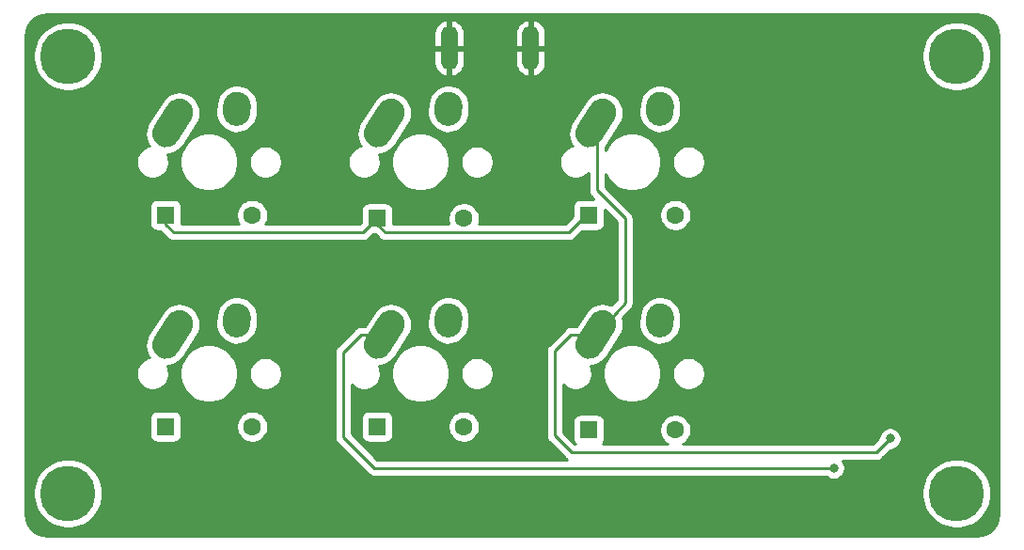
<source format=gtl>
%TF.GenerationSoftware,KiCad,Pcbnew,(5.1.6)-1*%
%TF.CreationDate,2020-07-25T03:11:20-04:00*%
%TF.ProjectId,myfirstKeyboard,6d796669-7273-4744-9b65-79626f617264,rev?*%
%TF.SameCoordinates,Original*%
%TF.FileFunction,Copper,L1,Top*%
%TF.FilePolarity,Positive*%
%FSLAX46Y46*%
G04 Gerber Fmt 4.6, Leading zero omitted, Abs format (unit mm)*
G04 Created by KiCad (PCBNEW (5.1.6)-1) date 2020-07-25 03:11:20*
%MOMM*%
%LPD*%
G01*
G04 APERTURE LIST*
%TA.AperFunction,ComponentPad*%
%ADD10R,1.600000X1.600000*%
%TD*%
%TA.AperFunction,ComponentPad*%
%ADD11C,1.600000*%
%TD*%
%TA.AperFunction,ComponentPad*%
%ADD12O,1.500000X4.000000*%
%TD*%
%TA.AperFunction,ViaPad*%
%ADD13C,5.000000*%
%TD*%
%TA.AperFunction,ViaPad*%
%ADD14C,0.800000*%
%TD*%
%TA.AperFunction,Conductor*%
%ADD15C,0.250000*%
%TD*%
%TA.AperFunction,Conductor*%
%ADD16C,0.254000*%
%TD*%
G04 APERTURE END LIST*
%TO.P,K6,1*%
%TO.N,/col2*%
%TA.AperFunction,ComponentPad*%
G36*
G01*
X118911299Y-111057191D02*
X120120223Y-109159560D01*
G75*
G02*
X121846087Y-108776946I1054239J-671625D01*
G01*
X121846087Y-108776946D01*
G75*
G02*
X122228701Y-110502810I-671625J-1054239D01*
G01*
X121019777Y-112400440D01*
G75*
G02*
X119293913Y-112783054I-1054239J671625D01*
G01*
X119293913Y-112783054D01*
G75*
G02*
X118911299Y-111057190I671625J1054239D01*
G01*
G37*
%TD.AperFunction*%
%TO.P,K6,2*%
%TO.N,Net-(D6-Pad2)*%
%TA.AperFunction,ComponentPad*%
G36*
G01*
X125078170Y-109714309D02*
X125117619Y-109135653D01*
G75*
G02*
X126449743Y-107973567I1247105J-85019D01*
G01*
X126449743Y-107973567D01*
G75*
G02*
X127611829Y-109305691I-85019J-1247105D01*
G01*
X127572381Y-109884347D01*
G75*
G02*
X126240257Y-111046433I-1247105J85019D01*
G01*
X126240257Y-111046433D01*
G75*
G02*
X125078171Y-109714309I85019J1247105D01*
G01*
G37*
%TD.AperFunction*%
%TD*%
%TO.P,K5,2*%
%TO.N,Net-(D5-Pad2)*%
%TA.AperFunction,ComponentPad*%
G36*
G01*
X125078170Y-90664309D02*
X125117619Y-90085653D01*
G75*
G02*
X126449743Y-88923567I1247105J-85019D01*
G01*
X126449743Y-88923567D01*
G75*
G02*
X127611829Y-90255691I-85019J-1247105D01*
G01*
X127572381Y-90834347D01*
G75*
G02*
X126240257Y-91996433I-1247105J85019D01*
G01*
X126240257Y-91996433D01*
G75*
G02*
X125078171Y-90664309I85019J1247105D01*
G01*
G37*
%TD.AperFunction*%
%TO.P,K5,1*%
%TO.N,/col2*%
%TA.AperFunction,ComponentPad*%
G36*
G01*
X118911299Y-92007191D02*
X120120223Y-90109560D01*
G75*
G02*
X121846087Y-89726946I1054239J-671625D01*
G01*
X121846087Y-89726946D01*
G75*
G02*
X122228701Y-91452810I-671625J-1054239D01*
G01*
X121019777Y-93350440D01*
G75*
G02*
X119293913Y-93733054I-1054239J671625D01*
G01*
X119293913Y-93733054D01*
G75*
G02*
X118911299Y-92007190I671625J1054239D01*
G01*
G37*
%TD.AperFunction*%
%TD*%
%TO.P,K4,1*%
%TO.N,/col1*%
%TA.AperFunction,ComponentPad*%
G36*
G01*
X99861299Y-111057191D02*
X101070223Y-109159560D01*
G75*
G02*
X102796087Y-108776946I1054239J-671625D01*
G01*
X102796087Y-108776946D01*
G75*
G02*
X103178701Y-110502810I-671625J-1054239D01*
G01*
X101969777Y-112400440D01*
G75*
G02*
X100243913Y-112783054I-1054239J671625D01*
G01*
X100243913Y-112783054D01*
G75*
G02*
X99861299Y-111057190I671625J1054239D01*
G01*
G37*
%TD.AperFunction*%
%TO.P,K4,2*%
%TO.N,Net-(D4-Pad2)*%
%TA.AperFunction,ComponentPad*%
G36*
G01*
X106028170Y-109714309D02*
X106067619Y-109135653D01*
G75*
G02*
X107399743Y-107973567I1247105J-85019D01*
G01*
X107399743Y-107973567D01*
G75*
G02*
X108561829Y-109305691I-85019J-1247105D01*
G01*
X108522381Y-109884347D01*
G75*
G02*
X107190257Y-111046433I-1247105J85019D01*
G01*
X107190257Y-111046433D01*
G75*
G02*
X106028171Y-109714309I85019J1247105D01*
G01*
G37*
%TD.AperFunction*%
%TD*%
%TO.P,K1,2*%
%TO.N,Net-(D1-Pad2)*%
%TA.AperFunction,ComponentPad*%
G36*
G01*
X86978170Y-90664309D02*
X87017619Y-90085653D01*
G75*
G02*
X88349743Y-88923567I1247105J-85019D01*
G01*
X88349743Y-88923567D01*
G75*
G02*
X89511829Y-90255691I-85019J-1247105D01*
G01*
X89472381Y-90834347D01*
G75*
G02*
X88140257Y-91996433I-1247105J85019D01*
G01*
X88140257Y-91996433D01*
G75*
G02*
X86978171Y-90664309I85019J1247105D01*
G01*
G37*
%TD.AperFunction*%
%TO.P,K1,1*%
%TO.N,/col0*%
%TA.AperFunction,ComponentPad*%
G36*
G01*
X80811299Y-92007191D02*
X82020223Y-90109560D01*
G75*
G02*
X83746087Y-89726946I1054239J-671625D01*
G01*
X83746087Y-89726946D01*
G75*
G02*
X84128701Y-91452810I-671625J-1054239D01*
G01*
X82919777Y-93350440D01*
G75*
G02*
X81193913Y-93733054I-1054239J671625D01*
G01*
X81193913Y-93733054D01*
G75*
G02*
X80811299Y-92007190I671625J1054239D01*
G01*
G37*
%TD.AperFunction*%
%TD*%
%TO.P,K2,2*%
%TO.N,Net-(D2-Pad2)*%
%TA.AperFunction,ComponentPad*%
G36*
G01*
X86978170Y-109714309D02*
X87017619Y-109135653D01*
G75*
G02*
X88349743Y-107973567I1247105J-85019D01*
G01*
X88349743Y-107973567D01*
G75*
G02*
X89511829Y-109305691I-85019J-1247105D01*
G01*
X89472381Y-109884347D01*
G75*
G02*
X88140257Y-111046433I-1247105J85019D01*
G01*
X88140257Y-111046433D01*
G75*
G02*
X86978171Y-109714309I85019J1247105D01*
G01*
G37*
%TD.AperFunction*%
%TO.P,K2,1*%
%TO.N,/col0*%
%TA.AperFunction,ComponentPad*%
G36*
G01*
X80811299Y-111057191D02*
X82020223Y-109159560D01*
G75*
G02*
X83746087Y-108776946I1054239J-671625D01*
G01*
X83746087Y-108776946D01*
G75*
G02*
X84128701Y-110502810I-671625J-1054239D01*
G01*
X82919777Y-112400440D01*
G75*
G02*
X81193913Y-112783054I-1054239J671625D01*
G01*
X81193913Y-112783054D01*
G75*
G02*
X80811299Y-111057190I671625J1054239D01*
G01*
G37*
%TD.AperFunction*%
%TD*%
D10*
%TO.P,D1,1*%
%TO.N,/row0*%
X81825000Y-100012500D03*
D11*
%TO.P,D1,2*%
%TO.N,Net-(D1-Pad2)*%
X89625000Y-100012500D03*
%TD*%
%TO.P,D2,2*%
%TO.N,Net-(D2-Pad2)*%
X89625000Y-119062500D03*
D10*
%TO.P,D2,1*%
%TO.N,/row1*%
X81825000Y-119062500D03*
%TD*%
D11*
%TO.P,D3,2*%
%TO.N,Net-(D3-Pad2)*%
X108675000Y-100330000D03*
D10*
%TO.P,D3,1*%
%TO.N,/row0*%
X100875000Y-100330000D03*
%TD*%
%TO.P,D4,1*%
%TO.N,/row1*%
X100875000Y-119062500D03*
D11*
%TO.P,D4,2*%
%TO.N,Net-(D4-Pad2)*%
X108675000Y-119062500D03*
%TD*%
D12*
%TO.P,J1,6*%
%TO.N,GND*%
X107375000Y-84976000D03*
X114675000Y-84976000D03*
%TD*%
%TO.P,K3,1*%
%TO.N,/col1*%
%TA.AperFunction,ComponentPad*%
G36*
G01*
X99861299Y-92007191D02*
X101070223Y-90109560D01*
G75*
G02*
X102796087Y-89726946I1054239J-671625D01*
G01*
X102796087Y-89726946D01*
G75*
G02*
X103178701Y-91452810I-671625J-1054239D01*
G01*
X101969777Y-93350440D01*
G75*
G02*
X100243913Y-93733054I-1054239J671625D01*
G01*
X100243913Y-93733054D01*
G75*
G02*
X99861299Y-92007190I671625J1054239D01*
G01*
G37*
%TD.AperFunction*%
%TO.P,K3,2*%
%TO.N,Net-(D3-Pad2)*%
%TA.AperFunction,ComponentPad*%
G36*
G01*
X106028170Y-90664309D02*
X106067619Y-90085653D01*
G75*
G02*
X107399743Y-88923567I1247105J-85019D01*
G01*
X107399743Y-88923567D01*
G75*
G02*
X108561829Y-90255691I-85019J-1247105D01*
G01*
X108522381Y-90834347D01*
G75*
G02*
X107190257Y-91996433I-1247105J85019D01*
G01*
X107190257Y-91996433D01*
G75*
G02*
X106028171Y-90664309I85019J1247105D01*
G01*
G37*
%TD.AperFunction*%
%TD*%
D11*
%TO.P,D5,2*%
%TO.N,Net-(D5-Pad2)*%
X127725000Y-100012500D03*
D10*
%TO.P,D5,1*%
%TO.N,/row0*%
X119925000Y-100012500D03*
%TD*%
%TO.P,D6,1*%
%TO.N,/row1*%
X119925000Y-119380000D03*
D11*
%TO.P,D6,2*%
%TO.N,Net-(D6-Pad2)*%
X127725000Y-119380000D03*
%TD*%
D13*
%TO.N,*%
X153035000Y-85725000D03*
X153035000Y-125095000D03*
X73025000Y-125095000D03*
X73025000Y-85725000D03*
D14*
%TO.N,GND*%
X142133320Y-118724680D03*
X133842760Y-113558320D03*
X147878800Y-85262720D03*
X138150600Y-91440000D03*
%TO.N,/col1*%
X141986000Y-122809000D03*
%TO.N,/col2*%
X147066000Y-120142000D03*
%TD*%
D15*
%TO.N,/row0*%
X99605000Y-101600000D02*
X100875000Y-100330000D01*
X82550000Y-101600000D02*
X99605000Y-101600000D01*
X81825000Y-100012500D02*
X81825000Y-100875000D01*
X81825000Y-100875000D02*
X82550000Y-101600000D01*
X100875000Y-100330000D02*
X100875000Y-100875000D01*
X100875000Y-100875000D02*
X101600000Y-101600000D01*
X101600000Y-101600000D02*
X118110000Y-101600000D01*
X119697500Y-100012500D02*
X119925000Y-100012500D01*
X118110000Y-101600000D02*
X119697500Y-100012500D01*
%TO.N,/col1*%
X97790000Y-112395000D02*
X97790000Y-120015000D01*
X101520000Y-110780000D02*
X99405000Y-110780000D01*
X99405000Y-110780000D02*
X97790000Y-112395000D01*
X100584000Y-122809000D02*
X141986000Y-122809000D01*
X97790000Y-120015000D02*
X100584000Y-122809000D01*
%TO.N,/col2*%
X120650000Y-97790000D02*
X120650000Y-91810000D01*
X123190000Y-100330000D02*
X120650000Y-97790000D01*
X120570000Y-110780000D02*
X123190000Y-107950000D01*
X120650000Y-91810000D02*
X120570000Y-91730000D01*
X123190000Y-107950000D02*
X123190000Y-100330000D01*
X120570000Y-110780000D02*
X118328000Y-110780000D01*
X118328000Y-110780000D02*
X116840000Y-112268000D01*
X116840000Y-112268000D02*
X116840000Y-119888000D01*
X116840000Y-119888000D02*
X118364000Y-121412000D01*
X145796000Y-121412000D02*
X147066000Y-120142000D01*
X118364000Y-121412000D02*
X145796000Y-121412000D01*
%TD*%
D16*
%TO.N,GND*%
G36*
X155304545Y-81978909D02*
G01*
X155655208Y-82084780D01*
X155978625Y-82256744D01*
X156262484Y-82488254D01*
X156495965Y-82770486D01*
X156670183Y-83092695D01*
X156778502Y-83442614D01*
X156820001Y-83837452D01*
X156820000Y-126967721D01*
X156781091Y-127364545D01*
X156675220Y-127715206D01*
X156503257Y-128038623D01*
X156271748Y-128322482D01*
X155989514Y-128555965D01*
X155667304Y-128730184D01*
X155317385Y-128838502D01*
X154922557Y-128880000D01*
X71152279Y-128880000D01*
X70755455Y-128841091D01*
X70404794Y-128735220D01*
X70081377Y-128563257D01*
X69797518Y-128331748D01*
X69564035Y-128049514D01*
X69389816Y-127727304D01*
X69281498Y-127377385D01*
X69240000Y-126982557D01*
X69240000Y-124786229D01*
X69890000Y-124786229D01*
X69890000Y-125403771D01*
X70010476Y-126009446D01*
X70246799Y-126579979D01*
X70589886Y-127093446D01*
X71026554Y-127530114D01*
X71540021Y-127873201D01*
X72110554Y-128109524D01*
X72716229Y-128230000D01*
X73333771Y-128230000D01*
X73939446Y-128109524D01*
X74509979Y-127873201D01*
X75023446Y-127530114D01*
X75460114Y-127093446D01*
X75803201Y-126579979D01*
X76039524Y-126009446D01*
X76160000Y-125403771D01*
X76160000Y-124786229D01*
X149900000Y-124786229D01*
X149900000Y-125403771D01*
X150020476Y-126009446D01*
X150256799Y-126579979D01*
X150599886Y-127093446D01*
X151036554Y-127530114D01*
X151550021Y-127873201D01*
X152120554Y-128109524D01*
X152726229Y-128230000D01*
X153343771Y-128230000D01*
X153949446Y-128109524D01*
X154519979Y-127873201D01*
X155033446Y-127530114D01*
X155470114Y-127093446D01*
X155813201Y-126579979D01*
X156049524Y-126009446D01*
X156170000Y-125403771D01*
X156170000Y-124786229D01*
X156049524Y-124180554D01*
X155813201Y-123610021D01*
X155470114Y-123096554D01*
X155033446Y-122659886D01*
X154519979Y-122316799D01*
X153949446Y-122080476D01*
X153343771Y-121960000D01*
X152726229Y-121960000D01*
X152120554Y-122080476D01*
X151550021Y-122316799D01*
X151036554Y-122659886D01*
X150599886Y-123096554D01*
X150256799Y-123610021D01*
X150020476Y-124180554D01*
X149900000Y-124786229D01*
X76160000Y-124786229D01*
X76039524Y-124180554D01*
X75803201Y-123610021D01*
X75460114Y-123096554D01*
X75023446Y-122659886D01*
X74509979Y-122316799D01*
X73939446Y-122080476D01*
X73333771Y-121960000D01*
X72716229Y-121960000D01*
X72110554Y-122080476D01*
X71540021Y-122316799D01*
X71026554Y-122659886D01*
X70589886Y-123096554D01*
X70246799Y-123610021D01*
X70010476Y-124180554D01*
X69890000Y-124786229D01*
X69240000Y-124786229D01*
X69240000Y-118262500D01*
X80386928Y-118262500D01*
X80386928Y-119862500D01*
X80399188Y-119986982D01*
X80435498Y-120106680D01*
X80494463Y-120216994D01*
X80573815Y-120313685D01*
X80670506Y-120393037D01*
X80780820Y-120452002D01*
X80900518Y-120488312D01*
X81025000Y-120500572D01*
X82625000Y-120500572D01*
X82749482Y-120488312D01*
X82869180Y-120452002D01*
X82979494Y-120393037D01*
X83076185Y-120313685D01*
X83155537Y-120216994D01*
X83214502Y-120106680D01*
X83250812Y-119986982D01*
X83263072Y-119862500D01*
X83263072Y-118921165D01*
X88190000Y-118921165D01*
X88190000Y-119203835D01*
X88245147Y-119481074D01*
X88353320Y-119742227D01*
X88510363Y-119977259D01*
X88710241Y-120177137D01*
X88945273Y-120334180D01*
X89206426Y-120442353D01*
X89483665Y-120497500D01*
X89766335Y-120497500D01*
X90043574Y-120442353D01*
X90304727Y-120334180D01*
X90539759Y-120177137D01*
X90739637Y-119977259D01*
X90896680Y-119742227D01*
X91004853Y-119481074D01*
X91060000Y-119203835D01*
X91060000Y-118921165D01*
X91004853Y-118643926D01*
X90896680Y-118382773D01*
X90739637Y-118147741D01*
X90539759Y-117947863D01*
X90304727Y-117790820D01*
X90043574Y-117682647D01*
X89766335Y-117627500D01*
X89483665Y-117627500D01*
X89206426Y-117682647D01*
X88945273Y-117790820D01*
X88710241Y-117947863D01*
X88510363Y-118147741D01*
X88353320Y-118382773D01*
X88245147Y-118643926D01*
X88190000Y-118921165D01*
X83263072Y-118921165D01*
X83263072Y-118262500D01*
X83250812Y-118138018D01*
X83214502Y-118018320D01*
X83155537Y-117908006D01*
X83076185Y-117811315D01*
X82979494Y-117731963D01*
X82869180Y-117672998D01*
X82749482Y-117636688D01*
X82625000Y-117624428D01*
X81025000Y-117624428D01*
X80900518Y-117636688D01*
X80780820Y-117672998D01*
X80670506Y-117731963D01*
X80573815Y-117811315D01*
X80494463Y-117908006D01*
X80435498Y-118018320D01*
X80399188Y-118138018D01*
X80386928Y-118262500D01*
X69240000Y-118262500D01*
X69240000Y-114153652D01*
X79159100Y-114153652D01*
X79159100Y-114446348D01*
X79216202Y-114733421D01*
X79328212Y-115003838D01*
X79490826Y-115247206D01*
X79697794Y-115454174D01*
X79941162Y-115616788D01*
X80211579Y-115728798D01*
X80498652Y-115785900D01*
X80791348Y-115785900D01*
X81078421Y-115728798D01*
X81348838Y-115616788D01*
X81592206Y-115454174D01*
X81799174Y-115247206D01*
X81961788Y-115003838D01*
X82073798Y-114733421D01*
X82130900Y-114446348D01*
X82130900Y-114153652D01*
X82108508Y-114041076D01*
X83096100Y-114041076D01*
X83096100Y-114558924D01*
X83197127Y-115066822D01*
X83395299Y-115545251D01*
X83683000Y-115975826D01*
X84049174Y-116342000D01*
X84479749Y-116629701D01*
X84958178Y-116827873D01*
X85466076Y-116928900D01*
X85983924Y-116928900D01*
X86491822Y-116827873D01*
X86970251Y-116629701D01*
X87400826Y-116342000D01*
X87767000Y-115975826D01*
X88054701Y-115545251D01*
X88252873Y-115066822D01*
X88353900Y-114558924D01*
X88353900Y-114153652D01*
X89319100Y-114153652D01*
X89319100Y-114446348D01*
X89376202Y-114733421D01*
X89488212Y-115003838D01*
X89650826Y-115247206D01*
X89857794Y-115454174D01*
X90101162Y-115616788D01*
X90371579Y-115728798D01*
X90658652Y-115785900D01*
X90951348Y-115785900D01*
X91238421Y-115728798D01*
X91508838Y-115616788D01*
X91752206Y-115454174D01*
X91959174Y-115247206D01*
X92121788Y-115003838D01*
X92233798Y-114733421D01*
X92290900Y-114446348D01*
X92290900Y-114153652D01*
X92233798Y-113866579D01*
X92121788Y-113596162D01*
X91959174Y-113352794D01*
X91752206Y-113145826D01*
X91508838Y-112983212D01*
X91238421Y-112871202D01*
X90951348Y-112814100D01*
X90658652Y-112814100D01*
X90371579Y-112871202D01*
X90101162Y-112983212D01*
X89857794Y-113145826D01*
X89650826Y-113352794D01*
X89488212Y-113596162D01*
X89376202Y-113866579D01*
X89319100Y-114153652D01*
X88353900Y-114153652D01*
X88353900Y-114041076D01*
X88252873Y-113533178D01*
X88054701Y-113054749D01*
X87767000Y-112624174D01*
X87400826Y-112258000D01*
X86970251Y-111970299D01*
X86491822Y-111772127D01*
X85983924Y-111671100D01*
X85466076Y-111671100D01*
X84958178Y-111772127D01*
X84479749Y-111970299D01*
X84049174Y-112258000D01*
X83683000Y-112624174D01*
X83395299Y-113054749D01*
X83197127Y-113533178D01*
X83096100Y-114041076D01*
X82108508Y-114041076D01*
X82073798Y-113866579D01*
X81969559Y-113614924D01*
X82275500Y-113578036D01*
X82628387Y-113462525D01*
X82951960Y-113280387D01*
X83233782Y-113038623D01*
X83405578Y-112819720D01*
X84714006Y-110765900D01*
X84839796Y-110517688D01*
X84939805Y-110160097D01*
X84968131Y-109789866D01*
X84964953Y-109763505D01*
X86338344Y-109763505D01*
X86346721Y-110041645D01*
X86430090Y-110403477D01*
X86582448Y-110742092D01*
X86797939Y-111044477D01*
X87068281Y-111299011D01*
X87383087Y-111495915D01*
X87730257Y-111627618D01*
X88096450Y-111689061D01*
X88467593Y-111677883D01*
X88829425Y-111594514D01*
X89168040Y-111442156D01*
X89470425Y-111226665D01*
X89724959Y-110956323D01*
X89921863Y-110641517D01*
X90053566Y-110294347D01*
X90099613Y-110019916D01*
X90151656Y-109256496D01*
X90143279Y-108978355D01*
X90059910Y-108616523D01*
X89907552Y-108277908D01*
X89692061Y-107975523D01*
X89421719Y-107720989D01*
X89106913Y-107524086D01*
X88759743Y-107392382D01*
X88393550Y-107330939D01*
X88022407Y-107342117D01*
X87660575Y-107425486D01*
X87321960Y-107577844D01*
X87019575Y-107793335D01*
X86765041Y-108063677D01*
X86568137Y-108378483D01*
X86436434Y-108725653D01*
X86390387Y-109000084D01*
X86338344Y-109763505D01*
X84964953Y-109763505D01*
X84923683Y-109421223D01*
X84808171Y-109068336D01*
X84626034Y-108744763D01*
X84384270Y-108462942D01*
X84092171Y-108233701D01*
X83760963Y-108065851D01*
X83403373Y-107965842D01*
X83033141Y-107937517D01*
X82664499Y-107981964D01*
X82311611Y-108097476D01*
X81988039Y-108279613D01*
X81706218Y-108521377D01*
X81534422Y-108740280D01*
X80225993Y-110794101D01*
X80100204Y-111042314D01*
X80000194Y-111399904D01*
X79971869Y-111770135D01*
X80016317Y-112138777D01*
X80131828Y-112491664D01*
X80313966Y-112815237D01*
X80340054Y-112845647D01*
X80211579Y-112871202D01*
X79941162Y-112983212D01*
X79697794Y-113145826D01*
X79490826Y-113352794D01*
X79328212Y-113596162D01*
X79216202Y-113866579D01*
X79159100Y-114153652D01*
X69240000Y-114153652D01*
X69240000Y-99212500D01*
X80386928Y-99212500D01*
X80386928Y-100812500D01*
X80399188Y-100936982D01*
X80435498Y-101056680D01*
X80494463Y-101166994D01*
X80573815Y-101263685D01*
X80670506Y-101343037D01*
X80780820Y-101402002D01*
X80900518Y-101438312D01*
X81025000Y-101450572D01*
X81325771Y-101450572D01*
X81986201Y-102111002D01*
X82009999Y-102140001D01*
X82125724Y-102234974D01*
X82257753Y-102305546D01*
X82401014Y-102349003D01*
X82512667Y-102360000D01*
X82512677Y-102360000D01*
X82550000Y-102363676D01*
X82587323Y-102360000D01*
X99567678Y-102360000D01*
X99605000Y-102363676D01*
X99642322Y-102360000D01*
X99642333Y-102360000D01*
X99753986Y-102349003D01*
X99897247Y-102305546D01*
X100029276Y-102234974D01*
X100145001Y-102140001D01*
X100168804Y-102110997D01*
X100511729Y-101768072D01*
X100693271Y-101768072D01*
X101036201Y-102111002D01*
X101059999Y-102140001D01*
X101175724Y-102234974D01*
X101307753Y-102305546D01*
X101451014Y-102349003D01*
X101562667Y-102360000D01*
X101562677Y-102360000D01*
X101600000Y-102363676D01*
X101637323Y-102360000D01*
X118072678Y-102360000D01*
X118110000Y-102363676D01*
X118147322Y-102360000D01*
X118147333Y-102360000D01*
X118258986Y-102349003D01*
X118402247Y-102305546D01*
X118534276Y-102234974D01*
X118650001Y-102140001D01*
X118673804Y-102110997D01*
X119334229Y-101450572D01*
X120725000Y-101450572D01*
X120849482Y-101438312D01*
X120969180Y-101402002D01*
X121079494Y-101343037D01*
X121176185Y-101263685D01*
X121255537Y-101166994D01*
X121314502Y-101056680D01*
X121350812Y-100936982D01*
X121363072Y-100812500D01*
X121363072Y-99577874D01*
X122430001Y-100644804D01*
X122430000Y-107652210D01*
X121987626Y-108130042D01*
X121860963Y-108065851D01*
X121503373Y-107965842D01*
X121133141Y-107937517D01*
X120764499Y-107981964D01*
X120411611Y-108097476D01*
X120088039Y-108279613D01*
X119806218Y-108521377D01*
X119634422Y-108740280D01*
X118819150Y-110020000D01*
X118365325Y-110020000D01*
X118328000Y-110016324D01*
X118290675Y-110020000D01*
X118290667Y-110020000D01*
X118179014Y-110030997D01*
X118035753Y-110074454D01*
X117903724Y-110145026D01*
X117787999Y-110239999D01*
X117764201Y-110268997D01*
X116329003Y-111704196D01*
X116299999Y-111727999D01*
X116244871Y-111795174D01*
X116205026Y-111843724D01*
X116183499Y-111883998D01*
X116134454Y-111975754D01*
X116090997Y-112119015D01*
X116080000Y-112230668D01*
X116080000Y-112230678D01*
X116076324Y-112268000D01*
X116080000Y-112305322D01*
X116080001Y-119850668D01*
X116076324Y-119888000D01*
X116080001Y-119925333D01*
X116090998Y-120036986D01*
X116097896Y-120059727D01*
X116134454Y-120180246D01*
X116205026Y-120312276D01*
X116271306Y-120393037D01*
X116300000Y-120428001D01*
X116328998Y-120451799D01*
X117800205Y-121923008D01*
X117823999Y-121952001D01*
X117852992Y-121975795D01*
X117852996Y-121975799D01*
X117888655Y-122005063D01*
X117939724Y-122046974D01*
X117943514Y-122049000D01*
X100898802Y-122049000D01*
X98550000Y-119700199D01*
X98550000Y-118262500D01*
X99436928Y-118262500D01*
X99436928Y-119862500D01*
X99449188Y-119986982D01*
X99485498Y-120106680D01*
X99544463Y-120216994D01*
X99623815Y-120313685D01*
X99720506Y-120393037D01*
X99830820Y-120452002D01*
X99950518Y-120488312D01*
X100075000Y-120500572D01*
X101675000Y-120500572D01*
X101799482Y-120488312D01*
X101919180Y-120452002D01*
X102029494Y-120393037D01*
X102126185Y-120313685D01*
X102205537Y-120216994D01*
X102264502Y-120106680D01*
X102300812Y-119986982D01*
X102313072Y-119862500D01*
X102313072Y-118921165D01*
X107240000Y-118921165D01*
X107240000Y-119203835D01*
X107295147Y-119481074D01*
X107403320Y-119742227D01*
X107560363Y-119977259D01*
X107760241Y-120177137D01*
X107995273Y-120334180D01*
X108256426Y-120442353D01*
X108533665Y-120497500D01*
X108816335Y-120497500D01*
X109093574Y-120442353D01*
X109354727Y-120334180D01*
X109589759Y-120177137D01*
X109789637Y-119977259D01*
X109946680Y-119742227D01*
X110054853Y-119481074D01*
X110110000Y-119203835D01*
X110110000Y-118921165D01*
X110054853Y-118643926D01*
X109946680Y-118382773D01*
X109789637Y-118147741D01*
X109589759Y-117947863D01*
X109354727Y-117790820D01*
X109093574Y-117682647D01*
X108816335Y-117627500D01*
X108533665Y-117627500D01*
X108256426Y-117682647D01*
X107995273Y-117790820D01*
X107760241Y-117947863D01*
X107560363Y-118147741D01*
X107403320Y-118382773D01*
X107295147Y-118643926D01*
X107240000Y-118921165D01*
X102313072Y-118921165D01*
X102313072Y-118262500D01*
X102300812Y-118138018D01*
X102264502Y-118018320D01*
X102205537Y-117908006D01*
X102126185Y-117811315D01*
X102029494Y-117731963D01*
X101919180Y-117672998D01*
X101799482Y-117636688D01*
X101675000Y-117624428D01*
X100075000Y-117624428D01*
X99950518Y-117636688D01*
X99830820Y-117672998D01*
X99720506Y-117731963D01*
X99623815Y-117811315D01*
X99544463Y-117908006D01*
X99485498Y-118018320D01*
X99449188Y-118138018D01*
X99436928Y-118262500D01*
X98550000Y-118262500D01*
X98550000Y-115256380D01*
X98747794Y-115454174D01*
X98991162Y-115616788D01*
X99261579Y-115728798D01*
X99548652Y-115785900D01*
X99841348Y-115785900D01*
X100128421Y-115728798D01*
X100398838Y-115616788D01*
X100642206Y-115454174D01*
X100849174Y-115247206D01*
X101011788Y-115003838D01*
X101123798Y-114733421D01*
X101180900Y-114446348D01*
X101180900Y-114153652D01*
X101158508Y-114041076D01*
X102146100Y-114041076D01*
X102146100Y-114558924D01*
X102247127Y-115066822D01*
X102445299Y-115545251D01*
X102733000Y-115975826D01*
X103099174Y-116342000D01*
X103529749Y-116629701D01*
X104008178Y-116827873D01*
X104516076Y-116928900D01*
X105033924Y-116928900D01*
X105541822Y-116827873D01*
X106020251Y-116629701D01*
X106450826Y-116342000D01*
X106817000Y-115975826D01*
X107104701Y-115545251D01*
X107302873Y-115066822D01*
X107403900Y-114558924D01*
X107403900Y-114153652D01*
X108369100Y-114153652D01*
X108369100Y-114446348D01*
X108426202Y-114733421D01*
X108538212Y-115003838D01*
X108700826Y-115247206D01*
X108907794Y-115454174D01*
X109151162Y-115616788D01*
X109421579Y-115728798D01*
X109708652Y-115785900D01*
X110001348Y-115785900D01*
X110288421Y-115728798D01*
X110558838Y-115616788D01*
X110802206Y-115454174D01*
X111009174Y-115247206D01*
X111171788Y-115003838D01*
X111283798Y-114733421D01*
X111340900Y-114446348D01*
X111340900Y-114153652D01*
X111283798Y-113866579D01*
X111171788Y-113596162D01*
X111009174Y-113352794D01*
X110802206Y-113145826D01*
X110558838Y-112983212D01*
X110288421Y-112871202D01*
X110001348Y-112814100D01*
X109708652Y-112814100D01*
X109421579Y-112871202D01*
X109151162Y-112983212D01*
X108907794Y-113145826D01*
X108700826Y-113352794D01*
X108538212Y-113596162D01*
X108426202Y-113866579D01*
X108369100Y-114153652D01*
X107403900Y-114153652D01*
X107403900Y-114041076D01*
X107302873Y-113533178D01*
X107104701Y-113054749D01*
X106817000Y-112624174D01*
X106450826Y-112258000D01*
X106020251Y-111970299D01*
X105541822Y-111772127D01*
X105033924Y-111671100D01*
X104516076Y-111671100D01*
X104008178Y-111772127D01*
X103529749Y-111970299D01*
X103099174Y-112258000D01*
X102733000Y-112624174D01*
X102445299Y-113054749D01*
X102247127Y-113533178D01*
X102146100Y-114041076D01*
X101158508Y-114041076D01*
X101123798Y-113866579D01*
X101019559Y-113614924D01*
X101325500Y-113578036D01*
X101678387Y-113462525D01*
X102001960Y-113280387D01*
X102283782Y-113038623D01*
X102455578Y-112819720D01*
X103764006Y-110765900D01*
X103889796Y-110517688D01*
X103989805Y-110160097D01*
X104018131Y-109789866D01*
X104014953Y-109763505D01*
X105388344Y-109763505D01*
X105396721Y-110041645D01*
X105480090Y-110403477D01*
X105632448Y-110742092D01*
X105847939Y-111044477D01*
X106118281Y-111299011D01*
X106433087Y-111495915D01*
X106780257Y-111627618D01*
X107146450Y-111689061D01*
X107517593Y-111677883D01*
X107879425Y-111594514D01*
X108218040Y-111442156D01*
X108520425Y-111226665D01*
X108774959Y-110956323D01*
X108971863Y-110641517D01*
X109103566Y-110294347D01*
X109149613Y-110019916D01*
X109201656Y-109256496D01*
X109193279Y-108978355D01*
X109109910Y-108616523D01*
X108957552Y-108277908D01*
X108742061Y-107975523D01*
X108471719Y-107720989D01*
X108156913Y-107524086D01*
X107809743Y-107392382D01*
X107443550Y-107330939D01*
X107072407Y-107342117D01*
X106710575Y-107425486D01*
X106371960Y-107577844D01*
X106069575Y-107793335D01*
X105815041Y-108063677D01*
X105618137Y-108378483D01*
X105486434Y-108725653D01*
X105440387Y-109000084D01*
X105388344Y-109763505D01*
X104014953Y-109763505D01*
X103973683Y-109421223D01*
X103858171Y-109068336D01*
X103676034Y-108744763D01*
X103434270Y-108462942D01*
X103142171Y-108233701D01*
X102810963Y-108065851D01*
X102453373Y-107965842D01*
X102083141Y-107937517D01*
X101714499Y-107981964D01*
X101361611Y-108097476D01*
X101038039Y-108279613D01*
X100756218Y-108521377D01*
X100584422Y-108740280D01*
X99769150Y-110020000D01*
X99442323Y-110020000D01*
X99405000Y-110016324D01*
X99367677Y-110020000D01*
X99367667Y-110020000D01*
X99256014Y-110030997D01*
X99112753Y-110074454D01*
X98980723Y-110145026D01*
X98897083Y-110213668D01*
X98864999Y-110239999D01*
X98841201Y-110268997D01*
X97279003Y-111831196D01*
X97249999Y-111854999D01*
X97194871Y-111922174D01*
X97155026Y-111970724D01*
X97084455Y-112102753D01*
X97084454Y-112102754D01*
X97040997Y-112246015D01*
X97030000Y-112357668D01*
X97030000Y-112357678D01*
X97026324Y-112395000D01*
X97030000Y-112432322D01*
X97030001Y-119977668D01*
X97026324Y-120015000D01*
X97030001Y-120052333D01*
X97040998Y-120163986D01*
X97045931Y-120180247D01*
X97084454Y-120307246D01*
X97155026Y-120439276D01*
X97202810Y-120497500D01*
X97250000Y-120555001D01*
X97278998Y-120578799D01*
X100020201Y-123320003D01*
X100043999Y-123349001D01*
X100159724Y-123443974D01*
X100291753Y-123514546D01*
X100435014Y-123558003D01*
X100546667Y-123569000D01*
X100546675Y-123569000D01*
X100584000Y-123572676D01*
X100621325Y-123569000D01*
X141282289Y-123569000D01*
X141326226Y-123612937D01*
X141495744Y-123726205D01*
X141684102Y-123804226D01*
X141884061Y-123844000D01*
X142087939Y-123844000D01*
X142287898Y-123804226D01*
X142476256Y-123726205D01*
X142645774Y-123612937D01*
X142789937Y-123468774D01*
X142903205Y-123299256D01*
X142981226Y-123110898D01*
X143021000Y-122910939D01*
X143021000Y-122707061D01*
X142981226Y-122507102D01*
X142903205Y-122318744D01*
X142805154Y-122172000D01*
X145758678Y-122172000D01*
X145796000Y-122175676D01*
X145833322Y-122172000D01*
X145833333Y-122172000D01*
X145944986Y-122161003D01*
X146088247Y-122117546D01*
X146220276Y-122046974D01*
X146336001Y-121952001D01*
X146359804Y-121922997D01*
X147105802Y-121177000D01*
X147167939Y-121177000D01*
X147367898Y-121137226D01*
X147556256Y-121059205D01*
X147725774Y-120945937D01*
X147869937Y-120801774D01*
X147983205Y-120632256D01*
X148061226Y-120443898D01*
X148101000Y-120243939D01*
X148101000Y-120040061D01*
X148061226Y-119840102D01*
X147983205Y-119651744D01*
X147869937Y-119482226D01*
X147725774Y-119338063D01*
X147556256Y-119224795D01*
X147367898Y-119146774D01*
X147167939Y-119107000D01*
X146964061Y-119107000D01*
X146764102Y-119146774D01*
X146575744Y-119224795D01*
X146406226Y-119338063D01*
X146262063Y-119482226D01*
X146148795Y-119651744D01*
X146070774Y-119840102D01*
X146031000Y-120040061D01*
X146031000Y-120102198D01*
X145481199Y-120652000D01*
X128403954Y-120652000D01*
X128404727Y-120651680D01*
X128639759Y-120494637D01*
X128839637Y-120294759D01*
X128996680Y-120059727D01*
X129104853Y-119798574D01*
X129160000Y-119521335D01*
X129160000Y-119238665D01*
X129104853Y-118961426D01*
X128996680Y-118700273D01*
X128839637Y-118465241D01*
X128639759Y-118265363D01*
X128404727Y-118108320D01*
X128143574Y-118000147D01*
X127866335Y-117945000D01*
X127583665Y-117945000D01*
X127306426Y-118000147D01*
X127045273Y-118108320D01*
X126810241Y-118265363D01*
X126610363Y-118465241D01*
X126453320Y-118700273D01*
X126345147Y-118961426D01*
X126290000Y-119238665D01*
X126290000Y-119521335D01*
X126345147Y-119798574D01*
X126453320Y-120059727D01*
X126610363Y-120294759D01*
X126810241Y-120494637D01*
X127045273Y-120651680D01*
X127046046Y-120652000D01*
X121150822Y-120652000D01*
X121176185Y-120631185D01*
X121255537Y-120534494D01*
X121314502Y-120424180D01*
X121350812Y-120304482D01*
X121363072Y-120180000D01*
X121363072Y-118580000D01*
X121350812Y-118455518D01*
X121314502Y-118335820D01*
X121255537Y-118225506D01*
X121176185Y-118128815D01*
X121079494Y-118049463D01*
X120969180Y-117990498D01*
X120849482Y-117954188D01*
X120725000Y-117941928D01*
X119125000Y-117941928D01*
X119000518Y-117954188D01*
X118880820Y-117990498D01*
X118770506Y-118049463D01*
X118673815Y-118128815D01*
X118594463Y-118225506D01*
X118535498Y-118335820D01*
X118499188Y-118455518D01*
X118486928Y-118580000D01*
X118486928Y-120180000D01*
X118499188Y-120304482D01*
X118535498Y-120424180D01*
X118594463Y-120534494D01*
X118673815Y-120631185D01*
X118699178Y-120652000D01*
X118678803Y-120652000D01*
X117600000Y-119573199D01*
X117600000Y-115256380D01*
X117797794Y-115454174D01*
X118041162Y-115616788D01*
X118311579Y-115728798D01*
X118598652Y-115785900D01*
X118891348Y-115785900D01*
X119178421Y-115728798D01*
X119448838Y-115616788D01*
X119692206Y-115454174D01*
X119899174Y-115247206D01*
X120061788Y-115003838D01*
X120173798Y-114733421D01*
X120230900Y-114446348D01*
X120230900Y-114153652D01*
X120208508Y-114041076D01*
X121196100Y-114041076D01*
X121196100Y-114558924D01*
X121297127Y-115066822D01*
X121495299Y-115545251D01*
X121783000Y-115975826D01*
X122149174Y-116342000D01*
X122579749Y-116629701D01*
X123058178Y-116827873D01*
X123566076Y-116928900D01*
X124083924Y-116928900D01*
X124591822Y-116827873D01*
X125070251Y-116629701D01*
X125500826Y-116342000D01*
X125867000Y-115975826D01*
X126154701Y-115545251D01*
X126352873Y-115066822D01*
X126453900Y-114558924D01*
X126453900Y-114153652D01*
X127419100Y-114153652D01*
X127419100Y-114446348D01*
X127476202Y-114733421D01*
X127588212Y-115003838D01*
X127750826Y-115247206D01*
X127957794Y-115454174D01*
X128201162Y-115616788D01*
X128471579Y-115728798D01*
X128758652Y-115785900D01*
X129051348Y-115785900D01*
X129338421Y-115728798D01*
X129608838Y-115616788D01*
X129852206Y-115454174D01*
X130059174Y-115247206D01*
X130221788Y-115003838D01*
X130333798Y-114733421D01*
X130390900Y-114446348D01*
X130390900Y-114153652D01*
X130333798Y-113866579D01*
X130221788Y-113596162D01*
X130059174Y-113352794D01*
X129852206Y-113145826D01*
X129608838Y-112983212D01*
X129338421Y-112871202D01*
X129051348Y-112814100D01*
X128758652Y-112814100D01*
X128471579Y-112871202D01*
X128201162Y-112983212D01*
X127957794Y-113145826D01*
X127750826Y-113352794D01*
X127588212Y-113596162D01*
X127476202Y-113866579D01*
X127419100Y-114153652D01*
X126453900Y-114153652D01*
X126453900Y-114041076D01*
X126352873Y-113533178D01*
X126154701Y-113054749D01*
X125867000Y-112624174D01*
X125500826Y-112258000D01*
X125070251Y-111970299D01*
X124591822Y-111772127D01*
X124083924Y-111671100D01*
X123566076Y-111671100D01*
X123058178Y-111772127D01*
X122579749Y-111970299D01*
X122149174Y-112258000D01*
X121783000Y-112624174D01*
X121495299Y-113054749D01*
X121297127Y-113533178D01*
X121196100Y-114041076D01*
X120208508Y-114041076D01*
X120173798Y-113866579D01*
X120069559Y-113614924D01*
X120375500Y-113578036D01*
X120728387Y-113462525D01*
X121051960Y-113280387D01*
X121333782Y-113038623D01*
X121505578Y-112819720D01*
X122814006Y-110765900D01*
X122939796Y-110517688D01*
X123039805Y-110160097D01*
X123068131Y-109789866D01*
X123064953Y-109763505D01*
X124438344Y-109763505D01*
X124446721Y-110041645D01*
X124530090Y-110403477D01*
X124682448Y-110742092D01*
X124897939Y-111044477D01*
X125168281Y-111299011D01*
X125483087Y-111495915D01*
X125830257Y-111627618D01*
X126196450Y-111689061D01*
X126567593Y-111677883D01*
X126929425Y-111594514D01*
X127268040Y-111442156D01*
X127570425Y-111226665D01*
X127824959Y-110956323D01*
X128021863Y-110641517D01*
X128153566Y-110294347D01*
X128199613Y-110019916D01*
X128251656Y-109256496D01*
X128243279Y-108978355D01*
X128159910Y-108616523D01*
X128007552Y-108277908D01*
X127792061Y-107975523D01*
X127521719Y-107720989D01*
X127206913Y-107524086D01*
X126859743Y-107392382D01*
X126493550Y-107330939D01*
X126122407Y-107342117D01*
X125760575Y-107425486D01*
X125421960Y-107577844D01*
X125119575Y-107793335D01*
X124865041Y-108063677D01*
X124668137Y-108378483D01*
X124536434Y-108725653D01*
X124490387Y-109000084D01*
X124438344Y-109763505D01*
X123064953Y-109763505D01*
X123023683Y-109421223D01*
X122981878Y-109293510D01*
X123712358Y-108504480D01*
X123730001Y-108490001D01*
X123763090Y-108449682D01*
X123773057Y-108438916D01*
X123786781Y-108420814D01*
X123824974Y-108374276D01*
X123831928Y-108361267D01*
X123840839Y-108349513D01*
X123867155Y-108295362D01*
X123895546Y-108242247D01*
X123899829Y-108228129D01*
X123906275Y-108214864D01*
X123921523Y-108156611D01*
X123939003Y-108098986D01*
X123940449Y-108084307D01*
X123944184Y-108070037D01*
X123947774Y-108009936D01*
X123950000Y-107987333D01*
X123950000Y-107972664D01*
X123953110Y-107920596D01*
X123950000Y-107897985D01*
X123950000Y-100367322D01*
X123953676Y-100329999D01*
X123950000Y-100292676D01*
X123950000Y-100292667D01*
X123939003Y-100181014D01*
X123895546Y-100037753D01*
X123824974Y-99905724D01*
X123796613Y-99871165D01*
X126290000Y-99871165D01*
X126290000Y-100153835D01*
X126345147Y-100431074D01*
X126453320Y-100692227D01*
X126610363Y-100927259D01*
X126810241Y-101127137D01*
X127045273Y-101284180D01*
X127306426Y-101392353D01*
X127583665Y-101447500D01*
X127866335Y-101447500D01*
X128143574Y-101392353D01*
X128404727Y-101284180D01*
X128639759Y-101127137D01*
X128839637Y-100927259D01*
X128996680Y-100692227D01*
X129104853Y-100431074D01*
X129160000Y-100153835D01*
X129160000Y-99871165D01*
X129104853Y-99593926D01*
X128996680Y-99332773D01*
X128839637Y-99097741D01*
X128639759Y-98897863D01*
X128404727Y-98740820D01*
X128143574Y-98632647D01*
X127866335Y-98577500D01*
X127583665Y-98577500D01*
X127306426Y-98632647D01*
X127045273Y-98740820D01*
X126810241Y-98897863D01*
X126610363Y-99097741D01*
X126453320Y-99332773D01*
X126345147Y-99593926D01*
X126290000Y-99871165D01*
X123796613Y-99871165D01*
X123790333Y-99863514D01*
X123753799Y-99818996D01*
X123753795Y-99818992D01*
X123730001Y-99789999D01*
X123701008Y-99766205D01*
X121410000Y-97475199D01*
X121410000Y-96289321D01*
X121495299Y-96495251D01*
X121783000Y-96925826D01*
X122149174Y-97292000D01*
X122579749Y-97579701D01*
X123058178Y-97777873D01*
X123566076Y-97878900D01*
X124083924Y-97878900D01*
X124591822Y-97777873D01*
X125070251Y-97579701D01*
X125500826Y-97292000D01*
X125867000Y-96925826D01*
X126154701Y-96495251D01*
X126352873Y-96016822D01*
X126453900Y-95508924D01*
X126453900Y-95103652D01*
X127419100Y-95103652D01*
X127419100Y-95396348D01*
X127476202Y-95683421D01*
X127588212Y-95953838D01*
X127750826Y-96197206D01*
X127957794Y-96404174D01*
X128201162Y-96566788D01*
X128471579Y-96678798D01*
X128758652Y-96735900D01*
X129051348Y-96735900D01*
X129338421Y-96678798D01*
X129608838Y-96566788D01*
X129852206Y-96404174D01*
X130059174Y-96197206D01*
X130221788Y-95953838D01*
X130333798Y-95683421D01*
X130390900Y-95396348D01*
X130390900Y-95103652D01*
X130333798Y-94816579D01*
X130221788Y-94546162D01*
X130059174Y-94302794D01*
X129852206Y-94095826D01*
X129608838Y-93933212D01*
X129338421Y-93821202D01*
X129051348Y-93764100D01*
X128758652Y-93764100D01*
X128471579Y-93821202D01*
X128201162Y-93933212D01*
X127957794Y-94095826D01*
X127750826Y-94302794D01*
X127588212Y-94546162D01*
X127476202Y-94816579D01*
X127419100Y-95103652D01*
X126453900Y-95103652D01*
X126453900Y-94991076D01*
X126352873Y-94483178D01*
X126154701Y-94004749D01*
X125867000Y-93574174D01*
X125500826Y-93208000D01*
X125070251Y-92920299D01*
X124591822Y-92722127D01*
X124083924Y-92621100D01*
X123566076Y-92621100D01*
X123058178Y-92722127D01*
X122579749Y-92920299D01*
X122149174Y-93208000D01*
X121783000Y-93574174D01*
X121495299Y-94004749D01*
X121410000Y-94210679D01*
X121410000Y-93891506D01*
X121505578Y-93769720D01*
X122814006Y-91715900D01*
X122939796Y-91467688D01*
X123039805Y-91110097D01*
X123068131Y-90739866D01*
X123064953Y-90713505D01*
X124438344Y-90713505D01*
X124446721Y-90991645D01*
X124530090Y-91353477D01*
X124682448Y-91692092D01*
X124897939Y-91994477D01*
X125168281Y-92249011D01*
X125483087Y-92445915D01*
X125830257Y-92577618D01*
X126196450Y-92639061D01*
X126567593Y-92627883D01*
X126929425Y-92544514D01*
X127268040Y-92392156D01*
X127570425Y-92176665D01*
X127824959Y-91906323D01*
X128021863Y-91591517D01*
X128153566Y-91244347D01*
X128199613Y-90969916D01*
X128251656Y-90206496D01*
X128243279Y-89928355D01*
X128159910Y-89566523D01*
X128007552Y-89227908D01*
X127792061Y-88925523D01*
X127521719Y-88670989D01*
X127206913Y-88474086D01*
X126859743Y-88342382D01*
X126493550Y-88280939D01*
X126122407Y-88292117D01*
X125760575Y-88375486D01*
X125421960Y-88527844D01*
X125119575Y-88743335D01*
X124865041Y-89013677D01*
X124668137Y-89328483D01*
X124536434Y-89675653D01*
X124490387Y-89950084D01*
X124438344Y-90713505D01*
X123064953Y-90713505D01*
X123023683Y-90371223D01*
X122908171Y-90018336D01*
X122726034Y-89694763D01*
X122484270Y-89412942D01*
X122192171Y-89183701D01*
X121860963Y-89015851D01*
X121503373Y-88915842D01*
X121133141Y-88887517D01*
X120764499Y-88931964D01*
X120411611Y-89047476D01*
X120088039Y-89229613D01*
X119806218Y-89471377D01*
X119634422Y-89690280D01*
X118325993Y-91744101D01*
X118200204Y-91992314D01*
X118100194Y-92349904D01*
X118071869Y-92720135D01*
X118116317Y-93088777D01*
X118231828Y-93441664D01*
X118413966Y-93765237D01*
X118440054Y-93795647D01*
X118311579Y-93821202D01*
X118041162Y-93933212D01*
X117797794Y-94095826D01*
X117590826Y-94302794D01*
X117428212Y-94546162D01*
X117316202Y-94816579D01*
X117259100Y-95103652D01*
X117259100Y-95396348D01*
X117316202Y-95683421D01*
X117428212Y-95953838D01*
X117590826Y-96197206D01*
X117797794Y-96404174D01*
X118041162Y-96566788D01*
X118311579Y-96678798D01*
X118598652Y-96735900D01*
X118891348Y-96735900D01*
X119178421Y-96678798D01*
X119448838Y-96566788D01*
X119692206Y-96404174D01*
X119890000Y-96206380D01*
X119890000Y-97752677D01*
X119886324Y-97790000D01*
X119890000Y-97827322D01*
X119890000Y-97827332D01*
X119900997Y-97938985D01*
X119944454Y-98082246D01*
X120015026Y-98214276D01*
X120054871Y-98262826D01*
X120109999Y-98330001D01*
X120139003Y-98353804D01*
X120359627Y-98574428D01*
X119125000Y-98574428D01*
X119000518Y-98586688D01*
X118880820Y-98622998D01*
X118770506Y-98681963D01*
X118673815Y-98761315D01*
X118594463Y-98858006D01*
X118535498Y-98968320D01*
X118499188Y-99088018D01*
X118486928Y-99212500D01*
X118486928Y-100148270D01*
X117795199Y-100840000D01*
X110016983Y-100840000D01*
X110054853Y-100748574D01*
X110110000Y-100471335D01*
X110110000Y-100188665D01*
X110054853Y-99911426D01*
X109946680Y-99650273D01*
X109789637Y-99415241D01*
X109589759Y-99215363D01*
X109354727Y-99058320D01*
X109093574Y-98950147D01*
X108816335Y-98895000D01*
X108533665Y-98895000D01*
X108256426Y-98950147D01*
X107995273Y-99058320D01*
X107760241Y-99215363D01*
X107560363Y-99415241D01*
X107403320Y-99650273D01*
X107295147Y-99911426D01*
X107240000Y-100188665D01*
X107240000Y-100471335D01*
X107295147Y-100748574D01*
X107333017Y-100840000D01*
X102313072Y-100840000D01*
X102313072Y-99530000D01*
X102300812Y-99405518D01*
X102264502Y-99285820D01*
X102205537Y-99175506D01*
X102126185Y-99078815D01*
X102029494Y-98999463D01*
X101919180Y-98940498D01*
X101799482Y-98904188D01*
X101675000Y-98891928D01*
X100075000Y-98891928D01*
X99950518Y-98904188D01*
X99830820Y-98940498D01*
X99720506Y-98999463D01*
X99623815Y-99078815D01*
X99544463Y-99175506D01*
X99485498Y-99285820D01*
X99449188Y-99405518D01*
X99436928Y-99530000D01*
X99436928Y-100693271D01*
X99290199Y-100840000D01*
X90797941Y-100840000D01*
X90896680Y-100692227D01*
X91004853Y-100431074D01*
X91060000Y-100153835D01*
X91060000Y-99871165D01*
X91004853Y-99593926D01*
X90896680Y-99332773D01*
X90739637Y-99097741D01*
X90539759Y-98897863D01*
X90304727Y-98740820D01*
X90043574Y-98632647D01*
X89766335Y-98577500D01*
X89483665Y-98577500D01*
X89206426Y-98632647D01*
X88945273Y-98740820D01*
X88710241Y-98897863D01*
X88510363Y-99097741D01*
X88353320Y-99332773D01*
X88245147Y-99593926D01*
X88190000Y-99871165D01*
X88190000Y-100153835D01*
X88245147Y-100431074D01*
X88353320Y-100692227D01*
X88452059Y-100840000D01*
X83260364Y-100840000D01*
X83263072Y-100812500D01*
X83263072Y-99212500D01*
X83250812Y-99088018D01*
X83214502Y-98968320D01*
X83155537Y-98858006D01*
X83076185Y-98761315D01*
X82979494Y-98681963D01*
X82869180Y-98622998D01*
X82749482Y-98586688D01*
X82625000Y-98574428D01*
X81025000Y-98574428D01*
X80900518Y-98586688D01*
X80780820Y-98622998D01*
X80670506Y-98681963D01*
X80573815Y-98761315D01*
X80494463Y-98858006D01*
X80435498Y-98968320D01*
X80399188Y-99088018D01*
X80386928Y-99212500D01*
X69240000Y-99212500D01*
X69240000Y-95103652D01*
X79159100Y-95103652D01*
X79159100Y-95396348D01*
X79216202Y-95683421D01*
X79328212Y-95953838D01*
X79490826Y-96197206D01*
X79697794Y-96404174D01*
X79941162Y-96566788D01*
X80211579Y-96678798D01*
X80498652Y-96735900D01*
X80791348Y-96735900D01*
X81078421Y-96678798D01*
X81348838Y-96566788D01*
X81592206Y-96404174D01*
X81799174Y-96197206D01*
X81961788Y-95953838D01*
X82073798Y-95683421D01*
X82130900Y-95396348D01*
X82130900Y-95103652D01*
X82108508Y-94991076D01*
X83096100Y-94991076D01*
X83096100Y-95508924D01*
X83197127Y-96016822D01*
X83395299Y-96495251D01*
X83683000Y-96925826D01*
X84049174Y-97292000D01*
X84479749Y-97579701D01*
X84958178Y-97777873D01*
X85466076Y-97878900D01*
X85983924Y-97878900D01*
X86491822Y-97777873D01*
X86970251Y-97579701D01*
X87400826Y-97292000D01*
X87767000Y-96925826D01*
X88054701Y-96495251D01*
X88252873Y-96016822D01*
X88353900Y-95508924D01*
X88353900Y-95103652D01*
X89319100Y-95103652D01*
X89319100Y-95396348D01*
X89376202Y-95683421D01*
X89488212Y-95953838D01*
X89650826Y-96197206D01*
X89857794Y-96404174D01*
X90101162Y-96566788D01*
X90371579Y-96678798D01*
X90658652Y-96735900D01*
X90951348Y-96735900D01*
X91238421Y-96678798D01*
X91508838Y-96566788D01*
X91752206Y-96404174D01*
X91959174Y-96197206D01*
X92121788Y-95953838D01*
X92233798Y-95683421D01*
X92290900Y-95396348D01*
X92290900Y-95103652D01*
X98209100Y-95103652D01*
X98209100Y-95396348D01*
X98266202Y-95683421D01*
X98378212Y-95953838D01*
X98540826Y-96197206D01*
X98747794Y-96404174D01*
X98991162Y-96566788D01*
X99261579Y-96678798D01*
X99548652Y-96735900D01*
X99841348Y-96735900D01*
X100128421Y-96678798D01*
X100398838Y-96566788D01*
X100642206Y-96404174D01*
X100849174Y-96197206D01*
X101011788Y-95953838D01*
X101123798Y-95683421D01*
X101180900Y-95396348D01*
X101180900Y-95103652D01*
X101158508Y-94991076D01*
X102146100Y-94991076D01*
X102146100Y-95508924D01*
X102247127Y-96016822D01*
X102445299Y-96495251D01*
X102733000Y-96925826D01*
X103099174Y-97292000D01*
X103529749Y-97579701D01*
X104008178Y-97777873D01*
X104516076Y-97878900D01*
X105033924Y-97878900D01*
X105541822Y-97777873D01*
X106020251Y-97579701D01*
X106450826Y-97292000D01*
X106817000Y-96925826D01*
X107104701Y-96495251D01*
X107302873Y-96016822D01*
X107403900Y-95508924D01*
X107403900Y-95103652D01*
X108369100Y-95103652D01*
X108369100Y-95396348D01*
X108426202Y-95683421D01*
X108538212Y-95953838D01*
X108700826Y-96197206D01*
X108907794Y-96404174D01*
X109151162Y-96566788D01*
X109421579Y-96678798D01*
X109708652Y-96735900D01*
X110001348Y-96735900D01*
X110288421Y-96678798D01*
X110558838Y-96566788D01*
X110802206Y-96404174D01*
X111009174Y-96197206D01*
X111171788Y-95953838D01*
X111283798Y-95683421D01*
X111340900Y-95396348D01*
X111340900Y-95103652D01*
X111283798Y-94816579D01*
X111171788Y-94546162D01*
X111009174Y-94302794D01*
X110802206Y-94095826D01*
X110558838Y-93933212D01*
X110288421Y-93821202D01*
X110001348Y-93764100D01*
X109708652Y-93764100D01*
X109421579Y-93821202D01*
X109151162Y-93933212D01*
X108907794Y-94095826D01*
X108700826Y-94302794D01*
X108538212Y-94546162D01*
X108426202Y-94816579D01*
X108369100Y-95103652D01*
X107403900Y-95103652D01*
X107403900Y-94991076D01*
X107302873Y-94483178D01*
X107104701Y-94004749D01*
X106817000Y-93574174D01*
X106450826Y-93208000D01*
X106020251Y-92920299D01*
X105541822Y-92722127D01*
X105033924Y-92621100D01*
X104516076Y-92621100D01*
X104008178Y-92722127D01*
X103529749Y-92920299D01*
X103099174Y-93208000D01*
X102733000Y-93574174D01*
X102445299Y-94004749D01*
X102247127Y-94483178D01*
X102146100Y-94991076D01*
X101158508Y-94991076D01*
X101123798Y-94816579D01*
X101019559Y-94564924D01*
X101325500Y-94528036D01*
X101678387Y-94412525D01*
X102001960Y-94230387D01*
X102283782Y-93988623D01*
X102455578Y-93769720D01*
X103764006Y-91715900D01*
X103889796Y-91467688D01*
X103989805Y-91110097D01*
X104018131Y-90739866D01*
X104014953Y-90713505D01*
X105388344Y-90713505D01*
X105396721Y-90991645D01*
X105480090Y-91353477D01*
X105632448Y-91692092D01*
X105847939Y-91994477D01*
X106118281Y-92249011D01*
X106433087Y-92445915D01*
X106780257Y-92577618D01*
X107146450Y-92639061D01*
X107517593Y-92627883D01*
X107879425Y-92544514D01*
X108218040Y-92392156D01*
X108520425Y-92176665D01*
X108774959Y-91906323D01*
X108971863Y-91591517D01*
X109103566Y-91244347D01*
X109149613Y-90969916D01*
X109201656Y-90206496D01*
X109193279Y-89928355D01*
X109109910Y-89566523D01*
X108957552Y-89227908D01*
X108742061Y-88925523D01*
X108471719Y-88670989D01*
X108156913Y-88474086D01*
X107809743Y-88342382D01*
X107443550Y-88280939D01*
X107072407Y-88292117D01*
X106710575Y-88375486D01*
X106371960Y-88527844D01*
X106069575Y-88743335D01*
X105815041Y-89013677D01*
X105618137Y-89328483D01*
X105486434Y-89675653D01*
X105440387Y-89950084D01*
X105388344Y-90713505D01*
X104014953Y-90713505D01*
X103973683Y-90371223D01*
X103858171Y-90018336D01*
X103676034Y-89694763D01*
X103434270Y-89412942D01*
X103142171Y-89183701D01*
X102810963Y-89015851D01*
X102453373Y-88915842D01*
X102083141Y-88887517D01*
X101714499Y-88931964D01*
X101361611Y-89047476D01*
X101038039Y-89229613D01*
X100756218Y-89471377D01*
X100584422Y-89690280D01*
X99275993Y-91744101D01*
X99150204Y-91992314D01*
X99050194Y-92349904D01*
X99021869Y-92720135D01*
X99066317Y-93088777D01*
X99181828Y-93441664D01*
X99363966Y-93765237D01*
X99390054Y-93795647D01*
X99261579Y-93821202D01*
X98991162Y-93933212D01*
X98747794Y-94095826D01*
X98540826Y-94302794D01*
X98378212Y-94546162D01*
X98266202Y-94816579D01*
X98209100Y-95103652D01*
X92290900Y-95103652D01*
X92233798Y-94816579D01*
X92121788Y-94546162D01*
X91959174Y-94302794D01*
X91752206Y-94095826D01*
X91508838Y-93933212D01*
X91238421Y-93821202D01*
X90951348Y-93764100D01*
X90658652Y-93764100D01*
X90371579Y-93821202D01*
X90101162Y-93933212D01*
X89857794Y-94095826D01*
X89650826Y-94302794D01*
X89488212Y-94546162D01*
X89376202Y-94816579D01*
X89319100Y-95103652D01*
X88353900Y-95103652D01*
X88353900Y-94991076D01*
X88252873Y-94483178D01*
X88054701Y-94004749D01*
X87767000Y-93574174D01*
X87400826Y-93208000D01*
X86970251Y-92920299D01*
X86491822Y-92722127D01*
X85983924Y-92621100D01*
X85466076Y-92621100D01*
X84958178Y-92722127D01*
X84479749Y-92920299D01*
X84049174Y-93208000D01*
X83683000Y-93574174D01*
X83395299Y-94004749D01*
X83197127Y-94483178D01*
X83096100Y-94991076D01*
X82108508Y-94991076D01*
X82073798Y-94816579D01*
X81969559Y-94564924D01*
X82275500Y-94528036D01*
X82628387Y-94412525D01*
X82951960Y-94230387D01*
X83233782Y-93988623D01*
X83405578Y-93769720D01*
X84714006Y-91715900D01*
X84839796Y-91467688D01*
X84939805Y-91110097D01*
X84968131Y-90739866D01*
X84964953Y-90713505D01*
X86338344Y-90713505D01*
X86346721Y-90991645D01*
X86430090Y-91353477D01*
X86582448Y-91692092D01*
X86797939Y-91994477D01*
X87068281Y-92249011D01*
X87383087Y-92445915D01*
X87730257Y-92577618D01*
X88096450Y-92639061D01*
X88467593Y-92627883D01*
X88829425Y-92544514D01*
X89168040Y-92392156D01*
X89470425Y-92176665D01*
X89724959Y-91906323D01*
X89921863Y-91591517D01*
X90053566Y-91244347D01*
X90099613Y-90969916D01*
X90151656Y-90206496D01*
X90143279Y-89928355D01*
X90059910Y-89566523D01*
X89907552Y-89227908D01*
X89692061Y-88925523D01*
X89421719Y-88670989D01*
X89106913Y-88474086D01*
X88759743Y-88342382D01*
X88393550Y-88280939D01*
X88022407Y-88292117D01*
X87660575Y-88375486D01*
X87321960Y-88527844D01*
X87019575Y-88743335D01*
X86765041Y-89013677D01*
X86568137Y-89328483D01*
X86436434Y-89675653D01*
X86390387Y-89950084D01*
X86338344Y-90713505D01*
X84964953Y-90713505D01*
X84923683Y-90371223D01*
X84808171Y-90018336D01*
X84626034Y-89694763D01*
X84384270Y-89412942D01*
X84092171Y-89183701D01*
X83760963Y-89015851D01*
X83403373Y-88915842D01*
X83033141Y-88887517D01*
X82664499Y-88931964D01*
X82311611Y-89047476D01*
X81988039Y-89229613D01*
X81706218Y-89471377D01*
X81534422Y-89690280D01*
X80225993Y-91744101D01*
X80100204Y-91992314D01*
X80000194Y-92349904D01*
X79971869Y-92720135D01*
X80016317Y-93088777D01*
X80131828Y-93441664D01*
X80313966Y-93765237D01*
X80340054Y-93795647D01*
X80211579Y-93821202D01*
X79941162Y-93933212D01*
X79697794Y-94095826D01*
X79490826Y-94302794D01*
X79328212Y-94546162D01*
X79216202Y-94816579D01*
X79159100Y-95103652D01*
X69240000Y-95103652D01*
X69240000Y-85416229D01*
X69890000Y-85416229D01*
X69890000Y-86033771D01*
X70010476Y-86639446D01*
X70246799Y-87209979D01*
X70589886Y-87723446D01*
X71026554Y-88160114D01*
X71540021Y-88503201D01*
X72110554Y-88739524D01*
X72716229Y-88860000D01*
X73333771Y-88860000D01*
X73939446Y-88739524D01*
X74509979Y-88503201D01*
X75023446Y-88160114D01*
X75460114Y-87723446D01*
X75803201Y-87209979D01*
X76039524Y-86639446D01*
X76160000Y-86033771D01*
X76160000Y-85416229D01*
X76097696Y-85103000D01*
X105990000Y-85103000D01*
X105990000Y-86353000D01*
X106041389Y-86620760D01*
X106144028Y-86873349D01*
X106293972Y-87101061D01*
X106485460Y-87295145D01*
X106711132Y-87448142D01*
X106962316Y-87554173D01*
X107033815Y-87568318D01*
X107248000Y-87445656D01*
X107248000Y-85103000D01*
X107502000Y-85103000D01*
X107502000Y-87445656D01*
X107716185Y-87568318D01*
X107787684Y-87554173D01*
X108038868Y-87448142D01*
X108264540Y-87295145D01*
X108456028Y-87101061D01*
X108605972Y-86873349D01*
X108708611Y-86620760D01*
X108760000Y-86353000D01*
X108760000Y-85103000D01*
X113290000Y-85103000D01*
X113290000Y-86353000D01*
X113341389Y-86620760D01*
X113444028Y-86873349D01*
X113593972Y-87101061D01*
X113785460Y-87295145D01*
X114011132Y-87448142D01*
X114262316Y-87554173D01*
X114333815Y-87568318D01*
X114548000Y-87445656D01*
X114548000Y-85103000D01*
X114802000Y-85103000D01*
X114802000Y-87445656D01*
X115016185Y-87568318D01*
X115087684Y-87554173D01*
X115338868Y-87448142D01*
X115564540Y-87295145D01*
X115756028Y-87101061D01*
X115905972Y-86873349D01*
X116008611Y-86620760D01*
X116060000Y-86353000D01*
X116060000Y-85416229D01*
X149900000Y-85416229D01*
X149900000Y-86033771D01*
X150020476Y-86639446D01*
X150256799Y-87209979D01*
X150599886Y-87723446D01*
X151036554Y-88160114D01*
X151550021Y-88503201D01*
X152120554Y-88739524D01*
X152726229Y-88860000D01*
X153343771Y-88860000D01*
X153949446Y-88739524D01*
X154519979Y-88503201D01*
X155033446Y-88160114D01*
X155470114Y-87723446D01*
X155813201Y-87209979D01*
X156049524Y-86639446D01*
X156170000Y-86033771D01*
X156170000Y-85416229D01*
X156049524Y-84810554D01*
X155813201Y-84240021D01*
X155470114Y-83726554D01*
X155033446Y-83289886D01*
X154519979Y-82946799D01*
X153949446Y-82710476D01*
X153343771Y-82590000D01*
X152726229Y-82590000D01*
X152120554Y-82710476D01*
X151550021Y-82946799D01*
X151036554Y-83289886D01*
X150599886Y-83726554D01*
X150256799Y-84240021D01*
X150020476Y-84810554D01*
X149900000Y-85416229D01*
X116060000Y-85416229D01*
X116060000Y-85103000D01*
X114802000Y-85103000D01*
X114548000Y-85103000D01*
X113290000Y-85103000D01*
X108760000Y-85103000D01*
X107502000Y-85103000D01*
X107248000Y-85103000D01*
X105990000Y-85103000D01*
X76097696Y-85103000D01*
X76039524Y-84810554D01*
X75803201Y-84240021D01*
X75460114Y-83726554D01*
X75332560Y-83599000D01*
X105990000Y-83599000D01*
X105990000Y-84849000D01*
X107248000Y-84849000D01*
X107248000Y-82506344D01*
X107502000Y-82506344D01*
X107502000Y-84849000D01*
X108760000Y-84849000D01*
X108760000Y-83599000D01*
X113290000Y-83599000D01*
X113290000Y-84849000D01*
X114548000Y-84849000D01*
X114548000Y-82506344D01*
X114802000Y-82506344D01*
X114802000Y-84849000D01*
X116060000Y-84849000D01*
X116060000Y-83599000D01*
X116008611Y-83331240D01*
X115905972Y-83078651D01*
X115756028Y-82850939D01*
X115564540Y-82656855D01*
X115338868Y-82503858D01*
X115087684Y-82397827D01*
X115016185Y-82383682D01*
X114802000Y-82506344D01*
X114548000Y-82506344D01*
X114333815Y-82383682D01*
X114262316Y-82397827D01*
X114011132Y-82503858D01*
X113785460Y-82656855D01*
X113593972Y-82850939D01*
X113444028Y-83078651D01*
X113341389Y-83331240D01*
X113290000Y-83599000D01*
X108760000Y-83599000D01*
X108708611Y-83331240D01*
X108605972Y-83078651D01*
X108456028Y-82850939D01*
X108264540Y-82656855D01*
X108038868Y-82503858D01*
X107787684Y-82397827D01*
X107716185Y-82383682D01*
X107502000Y-82506344D01*
X107248000Y-82506344D01*
X107033815Y-82383682D01*
X106962316Y-82397827D01*
X106711132Y-82503858D01*
X106485460Y-82656855D01*
X106293972Y-82850939D01*
X106144028Y-83078651D01*
X106041389Y-83331240D01*
X105990000Y-83599000D01*
X75332560Y-83599000D01*
X75023446Y-83289886D01*
X74509979Y-82946799D01*
X73939446Y-82710476D01*
X73333771Y-82590000D01*
X72716229Y-82590000D01*
X72110554Y-82710476D01*
X71540021Y-82946799D01*
X71026554Y-83289886D01*
X70589886Y-83726554D01*
X70246799Y-84240021D01*
X70010476Y-84810554D01*
X69890000Y-85416229D01*
X69240000Y-85416229D01*
X69240000Y-83852279D01*
X69278909Y-83455455D01*
X69384780Y-83104792D01*
X69556744Y-82781375D01*
X69788254Y-82497516D01*
X70070486Y-82264035D01*
X70392695Y-82089817D01*
X70742614Y-81981498D01*
X71137443Y-81940000D01*
X154907721Y-81940000D01*
X155304545Y-81978909D01*
G37*
X155304545Y-81978909D02*
X155655208Y-82084780D01*
X155978625Y-82256744D01*
X156262484Y-82488254D01*
X156495965Y-82770486D01*
X156670183Y-83092695D01*
X156778502Y-83442614D01*
X156820001Y-83837452D01*
X156820000Y-126967721D01*
X156781091Y-127364545D01*
X156675220Y-127715206D01*
X156503257Y-128038623D01*
X156271748Y-128322482D01*
X155989514Y-128555965D01*
X155667304Y-128730184D01*
X155317385Y-128838502D01*
X154922557Y-128880000D01*
X71152279Y-128880000D01*
X70755455Y-128841091D01*
X70404794Y-128735220D01*
X70081377Y-128563257D01*
X69797518Y-128331748D01*
X69564035Y-128049514D01*
X69389816Y-127727304D01*
X69281498Y-127377385D01*
X69240000Y-126982557D01*
X69240000Y-124786229D01*
X69890000Y-124786229D01*
X69890000Y-125403771D01*
X70010476Y-126009446D01*
X70246799Y-126579979D01*
X70589886Y-127093446D01*
X71026554Y-127530114D01*
X71540021Y-127873201D01*
X72110554Y-128109524D01*
X72716229Y-128230000D01*
X73333771Y-128230000D01*
X73939446Y-128109524D01*
X74509979Y-127873201D01*
X75023446Y-127530114D01*
X75460114Y-127093446D01*
X75803201Y-126579979D01*
X76039524Y-126009446D01*
X76160000Y-125403771D01*
X76160000Y-124786229D01*
X149900000Y-124786229D01*
X149900000Y-125403771D01*
X150020476Y-126009446D01*
X150256799Y-126579979D01*
X150599886Y-127093446D01*
X151036554Y-127530114D01*
X151550021Y-127873201D01*
X152120554Y-128109524D01*
X152726229Y-128230000D01*
X153343771Y-128230000D01*
X153949446Y-128109524D01*
X154519979Y-127873201D01*
X155033446Y-127530114D01*
X155470114Y-127093446D01*
X155813201Y-126579979D01*
X156049524Y-126009446D01*
X156170000Y-125403771D01*
X156170000Y-124786229D01*
X156049524Y-124180554D01*
X155813201Y-123610021D01*
X155470114Y-123096554D01*
X155033446Y-122659886D01*
X154519979Y-122316799D01*
X153949446Y-122080476D01*
X153343771Y-121960000D01*
X152726229Y-121960000D01*
X152120554Y-122080476D01*
X151550021Y-122316799D01*
X151036554Y-122659886D01*
X150599886Y-123096554D01*
X150256799Y-123610021D01*
X150020476Y-124180554D01*
X149900000Y-124786229D01*
X76160000Y-124786229D01*
X76039524Y-124180554D01*
X75803201Y-123610021D01*
X75460114Y-123096554D01*
X75023446Y-122659886D01*
X74509979Y-122316799D01*
X73939446Y-122080476D01*
X73333771Y-121960000D01*
X72716229Y-121960000D01*
X72110554Y-122080476D01*
X71540021Y-122316799D01*
X71026554Y-122659886D01*
X70589886Y-123096554D01*
X70246799Y-123610021D01*
X70010476Y-124180554D01*
X69890000Y-124786229D01*
X69240000Y-124786229D01*
X69240000Y-118262500D01*
X80386928Y-118262500D01*
X80386928Y-119862500D01*
X80399188Y-119986982D01*
X80435498Y-120106680D01*
X80494463Y-120216994D01*
X80573815Y-120313685D01*
X80670506Y-120393037D01*
X80780820Y-120452002D01*
X80900518Y-120488312D01*
X81025000Y-120500572D01*
X82625000Y-120500572D01*
X82749482Y-120488312D01*
X82869180Y-120452002D01*
X82979494Y-120393037D01*
X83076185Y-120313685D01*
X83155537Y-120216994D01*
X83214502Y-120106680D01*
X83250812Y-119986982D01*
X83263072Y-119862500D01*
X83263072Y-118921165D01*
X88190000Y-118921165D01*
X88190000Y-119203835D01*
X88245147Y-119481074D01*
X88353320Y-119742227D01*
X88510363Y-119977259D01*
X88710241Y-120177137D01*
X88945273Y-120334180D01*
X89206426Y-120442353D01*
X89483665Y-120497500D01*
X89766335Y-120497500D01*
X90043574Y-120442353D01*
X90304727Y-120334180D01*
X90539759Y-120177137D01*
X90739637Y-119977259D01*
X90896680Y-119742227D01*
X91004853Y-119481074D01*
X91060000Y-119203835D01*
X91060000Y-118921165D01*
X91004853Y-118643926D01*
X90896680Y-118382773D01*
X90739637Y-118147741D01*
X90539759Y-117947863D01*
X90304727Y-117790820D01*
X90043574Y-117682647D01*
X89766335Y-117627500D01*
X89483665Y-117627500D01*
X89206426Y-117682647D01*
X88945273Y-117790820D01*
X88710241Y-117947863D01*
X88510363Y-118147741D01*
X88353320Y-118382773D01*
X88245147Y-118643926D01*
X88190000Y-118921165D01*
X83263072Y-118921165D01*
X83263072Y-118262500D01*
X83250812Y-118138018D01*
X83214502Y-118018320D01*
X83155537Y-117908006D01*
X83076185Y-117811315D01*
X82979494Y-117731963D01*
X82869180Y-117672998D01*
X82749482Y-117636688D01*
X82625000Y-117624428D01*
X81025000Y-117624428D01*
X80900518Y-117636688D01*
X80780820Y-117672998D01*
X80670506Y-117731963D01*
X80573815Y-117811315D01*
X80494463Y-117908006D01*
X80435498Y-118018320D01*
X80399188Y-118138018D01*
X80386928Y-118262500D01*
X69240000Y-118262500D01*
X69240000Y-114153652D01*
X79159100Y-114153652D01*
X79159100Y-114446348D01*
X79216202Y-114733421D01*
X79328212Y-115003838D01*
X79490826Y-115247206D01*
X79697794Y-115454174D01*
X79941162Y-115616788D01*
X80211579Y-115728798D01*
X80498652Y-115785900D01*
X80791348Y-115785900D01*
X81078421Y-115728798D01*
X81348838Y-115616788D01*
X81592206Y-115454174D01*
X81799174Y-115247206D01*
X81961788Y-115003838D01*
X82073798Y-114733421D01*
X82130900Y-114446348D01*
X82130900Y-114153652D01*
X82108508Y-114041076D01*
X83096100Y-114041076D01*
X83096100Y-114558924D01*
X83197127Y-115066822D01*
X83395299Y-115545251D01*
X83683000Y-115975826D01*
X84049174Y-116342000D01*
X84479749Y-116629701D01*
X84958178Y-116827873D01*
X85466076Y-116928900D01*
X85983924Y-116928900D01*
X86491822Y-116827873D01*
X86970251Y-116629701D01*
X87400826Y-116342000D01*
X87767000Y-115975826D01*
X88054701Y-115545251D01*
X88252873Y-115066822D01*
X88353900Y-114558924D01*
X88353900Y-114153652D01*
X89319100Y-114153652D01*
X89319100Y-114446348D01*
X89376202Y-114733421D01*
X89488212Y-115003838D01*
X89650826Y-115247206D01*
X89857794Y-115454174D01*
X90101162Y-115616788D01*
X90371579Y-115728798D01*
X90658652Y-115785900D01*
X90951348Y-115785900D01*
X91238421Y-115728798D01*
X91508838Y-115616788D01*
X91752206Y-115454174D01*
X91959174Y-115247206D01*
X92121788Y-115003838D01*
X92233798Y-114733421D01*
X92290900Y-114446348D01*
X92290900Y-114153652D01*
X92233798Y-113866579D01*
X92121788Y-113596162D01*
X91959174Y-113352794D01*
X91752206Y-113145826D01*
X91508838Y-112983212D01*
X91238421Y-112871202D01*
X90951348Y-112814100D01*
X90658652Y-112814100D01*
X90371579Y-112871202D01*
X90101162Y-112983212D01*
X89857794Y-113145826D01*
X89650826Y-113352794D01*
X89488212Y-113596162D01*
X89376202Y-113866579D01*
X89319100Y-114153652D01*
X88353900Y-114153652D01*
X88353900Y-114041076D01*
X88252873Y-113533178D01*
X88054701Y-113054749D01*
X87767000Y-112624174D01*
X87400826Y-112258000D01*
X86970251Y-111970299D01*
X86491822Y-111772127D01*
X85983924Y-111671100D01*
X85466076Y-111671100D01*
X84958178Y-111772127D01*
X84479749Y-111970299D01*
X84049174Y-112258000D01*
X83683000Y-112624174D01*
X83395299Y-113054749D01*
X83197127Y-113533178D01*
X83096100Y-114041076D01*
X82108508Y-114041076D01*
X82073798Y-113866579D01*
X81969559Y-113614924D01*
X82275500Y-113578036D01*
X82628387Y-113462525D01*
X82951960Y-113280387D01*
X83233782Y-113038623D01*
X83405578Y-112819720D01*
X84714006Y-110765900D01*
X84839796Y-110517688D01*
X84939805Y-110160097D01*
X84968131Y-109789866D01*
X84964953Y-109763505D01*
X86338344Y-109763505D01*
X86346721Y-110041645D01*
X86430090Y-110403477D01*
X86582448Y-110742092D01*
X86797939Y-111044477D01*
X87068281Y-111299011D01*
X87383087Y-111495915D01*
X87730257Y-111627618D01*
X88096450Y-111689061D01*
X88467593Y-111677883D01*
X88829425Y-111594514D01*
X89168040Y-111442156D01*
X89470425Y-111226665D01*
X89724959Y-110956323D01*
X89921863Y-110641517D01*
X90053566Y-110294347D01*
X90099613Y-110019916D01*
X90151656Y-109256496D01*
X90143279Y-108978355D01*
X90059910Y-108616523D01*
X89907552Y-108277908D01*
X89692061Y-107975523D01*
X89421719Y-107720989D01*
X89106913Y-107524086D01*
X88759743Y-107392382D01*
X88393550Y-107330939D01*
X88022407Y-107342117D01*
X87660575Y-107425486D01*
X87321960Y-107577844D01*
X87019575Y-107793335D01*
X86765041Y-108063677D01*
X86568137Y-108378483D01*
X86436434Y-108725653D01*
X86390387Y-109000084D01*
X86338344Y-109763505D01*
X84964953Y-109763505D01*
X84923683Y-109421223D01*
X84808171Y-109068336D01*
X84626034Y-108744763D01*
X84384270Y-108462942D01*
X84092171Y-108233701D01*
X83760963Y-108065851D01*
X83403373Y-107965842D01*
X83033141Y-107937517D01*
X82664499Y-107981964D01*
X82311611Y-108097476D01*
X81988039Y-108279613D01*
X81706218Y-108521377D01*
X81534422Y-108740280D01*
X80225993Y-110794101D01*
X80100204Y-111042314D01*
X80000194Y-111399904D01*
X79971869Y-111770135D01*
X80016317Y-112138777D01*
X80131828Y-112491664D01*
X80313966Y-112815237D01*
X80340054Y-112845647D01*
X80211579Y-112871202D01*
X79941162Y-112983212D01*
X79697794Y-113145826D01*
X79490826Y-113352794D01*
X79328212Y-113596162D01*
X79216202Y-113866579D01*
X79159100Y-114153652D01*
X69240000Y-114153652D01*
X69240000Y-99212500D01*
X80386928Y-99212500D01*
X80386928Y-100812500D01*
X80399188Y-100936982D01*
X80435498Y-101056680D01*
X80494463Y-101166994D01*
X80573815Y-101263685D01*
X80670506Y-101343037D01*
X80780820Y-101402002D01*
X80900518Y-101438312D01*
X81025000Y-101450572D01*
X81325771Y-101450572D01*
X81986201Y-102111002D01*
X82009999Y-102140001D01*
X82125724Y-102234974D01*
X82257753Y-102305546D01*
X82401014Y-102349003D01*
X82512667Y-102360000D01*
X82512677Y-102360000D01*
X82550000Y-102363676D01*
X82587323Y-102360000D01*
X99567678Y-102360000D01*
X99605000Y-102363676D01*
X99642322Y-102360000D01*
X99642333Y-102360000D01*
X99753986Y-102349003D01*
X99897247Y-102305546D01*
X100029276Y-102234974D01*
X100145001Y-102140001D01*
X100168804Y-102110997D01*
X100511729Y-101768072D01*
X100693271Y-101768072D01*
X101036201Y-102111002D01*
X101059999Y-102140001D01*
X101175724Y-102234974D01*
X101307753Y-102305546D01*
X101451014Y-102349003D01*
X101562667Y-102360000D01*
X101562677Y-102360000D01*
X101600000Y-102363676D01*
X101637323Y-102360000D01*
X118072678Y-102360000D01*
X118110000Y-102363676D01*
X118147322Y-102360000D01*
X118147333Y-102360000D01*
X118258986Y-102349003D01*
X118402247Y-102305546D01*
X118534276Y-102234974D01*
X118650001Y-102140001D01*
X118673804Y-102110997D01*
X119334229Y-101450572D01*
X120725000Y-101450572D01*
X120849482Y-101438312D01*
X120969180Y-101402002D01*
X121079494Y-101343037D01*
X121176185Y-101263685D01*
X121255537Y-101166994D01*
X121314502Y-101056680D01*
X121350812Y-100936982D01*
X121363072Y-100812500D01*
X121363072Y-99577874D01*
X122430001Y-100644804D01*
X122430000Y-107652210D01*
X121987626Y-108130042D01*
X121860963Y-108065851D01*
X121503373Y-107965842D01*
X121133141Y-107937517D01*
X120764499Y-107981964D01*
X120411611Y-108097476D01*
X120088039Y-108279613D01*
X119806218Y-108521377D01*
X119634422Y-108740280D01*
X118819150Y-110020000D01*
X118365325Y-110020000D01*
X118328000Y-110016324D01*
X118290675Y-110020000D01*
X118290667Y-110020000D01*
X118179014Y-110030997D01*
X118035753Y-110074454D01*
X117903724Y-110145026D01*
X117787999Y-110239999D01*
X117764201Y-110268997D01*
X116329003Y-111704196D01*
X116299999Y-111727999D01*
X116244871Y-111795174D01*
X116205026Y-111843724D01*
X116183499Y-111883998D01*
X116134454Y-111975754D01*
X116090997Y-112119015D01*
X116080000Y-112230668D01*
X116080000Y-112230678D01*
X116076324Y-112268000D01*
X116080000Y-112305322D01*
X116080001Y-119850668D01*
X116076324Y-119888000D01*
X116080001Y-119925333D01*
X116090998Y-120036986D01*
X116097896Y-120059727D01*
X116134454Y-120180246D01*
X116205026Y-120312276D01*
X116271306Y-120393037D01*
X116300000Y-120428001D01*
X116328998Y-120451799D01*
X117800205Y-121923008D01*
X117823999Y-121952001D01*
X117852992Y-121975795D01*
X117852996Y-121975799D01*
X117888655Y-122005063D01*
X117939724Y-122046974D01*
X117943514Y-122049000D01*
X100898802Y-122049000D01*
X98550000Y-119700199D01*
X98550000Y-118262500D01*
X99436928Y-118262500D01*
X99436928Y-119862500D01*
X99449188Y-119986982D01*
X99485498Y-120106680D01*
X99544463Y-120216994D01*
X99623815Y-120313685D01*
X99720506Y-120393037D01*
X99830820Y-120452002D01*
X99950518Y-120488312D01*
X100075000Y-120500572D01*
X101675000Y-120500572D01*
X101799482Y-120488312D01*
X101919180Y-120452002D01*
X102029494Y-120393037D01*
X102126185Y-120313685D01*
X102205537Y-120216994D01*
X102264502Y-120106680D01*
X102300812Y-119986982D01*
X102313072Y-119862500D01*
X102313072Y-118921165D01*
X107240000Y-118921165D01*
X107240000Y-119203835D01*
X107295147Y-119481074D01*
X107403320Y-119742227D01*
X107560363Y-119977259D01*
X107760241Y-120177137D01*
X107995273Y-120334180D01*
X108256426Y-120442353D01*
X108533665Y-120497500D01*
X108816335Y-120497500D01*
X109093574Y-120442353D01*
X109354727Y-120334180D01*
X109589759Y-120177137D01*
X109789637Y-119977259D01*
X109946680Y-119742227D01*
X110054853Y-119481074D01*
X110110000Y-119203835D01*
X110110000Y-118921165D01*
X110054853Y-118643926D01*
X109946680Y-118382773D01*
X109789637Y-118147741D01*
X109589759Y-117947863D01*
X109354727Y-117790820D01*
X109093574Y-117682647D01*
X108816335Y-117627500D01*
X108533665Y-117627500D01*
X108256426Y-117682647D01*
X107995273Y-117790820D01*
X107760241Y-117947863D01*
X107560363Y-118147741D01*
X107403320Y-118382773D01*
X107295147Y-118643926D01*
X107240000Y-118921165D01*
X102313072Y-118921165D01*
X102313072Y-118262500D01*
X102300812Y-118138018D01*
X102264502Y-118018320D01*
X102205537Y-117908006D01*
X102126185Y-117811315D01*
X102029494Y-117731963D01*
X101919180Y-117672998D01*
X101799482Y-117636688D01*
X101675000Y-117624428D01*
X100075000Y-117624428D01*
X99950518Y-117636688D01*
X99830820Y-117672998D01*
X99720506Y-117731963D01*
X99623815Y-117811315D01*
X99544463Y-117908006D01*
X99485498Y-118018320D01*
X99449188Y-118138018D01*
X99436928Y-118262500D01*
X98550000Y-118262500D01*
X98550000Y-115256380D01*
X98747794Y-115454174D01*
X98991162Y-115616788D01*
X99261579Y-115728798D01*
X99548652Y-115785900D01*
X99841348Y-115785900D01*
X100128421Y-115728798D01*
X100398838Y-115616788D01*
X100642206Y-115454174D01*
X100849174Y-115247206D01*
X101011788Y-115003838D01*
X101123798Y-114733421D01*
X101180900Y-114446348D01*
X101180900Y-114153652D01*
X101158508Y-114041076D01*
X102146100Y-114041076D01*
X102146100Y-114558924D01*
X102247127Y-115066822D01*
X102445299Y-115545251D01*
X102733000Y-115975826D01*
X103099174Y-116342000D01*
X103529749Y-116629701D01*
X104008178Y-116827873D01*
X104516076Y-116928900D01*
X105033924Y-116928900D01*
X105541822Y-116827873D01*
X106020251Y-116629701D01*
X106450826Y-116342000D01*
X106817000Y-115975826D01*
X107104701Y-115545251D01*
X107302873Y-115066822D01*
X107403900Y-114558924D01*
X107403900Y-114153652D01*
X108369100Y-114153652D01*
X108369100Y-114446348D01*
X108426202Y-114733421D01*
X108538212Y-115003838D01*
X108700826Y-115247206D01*
X108907794Y-115454174D01*
X109151162Y-115616788D01*
X109421579Y-115728798D01*
X109708652Y-115785900D01*
X110001348Y-115785900D01*
X110288421Y-115728798D01*
X110558838Y-115616788D01*
X110802206Y-115454174D01*
X111009174Y-115247206D01*
X111171788Y-115003838D01*
X111283798Y-114733421D01*
X111340900Y-114446348D01*
X111340900Y-114153652D01*
X111283798Y-113866579D01*
X111171788Y-113596162D01*
X111009174Y-113352794D01*
X110802206Y-113145826D01*
X110558838Y-112983212D01*
X110288421Y-112871202D01*
X110001348Y-112814100D01*
X109708652Y-112814100D01*
X109421579Y-112871202D01*
X109151162Y-112983212D01*
X108907794Y-113145826D01*
X108700826Y-113352794D01*
X108538212Y-113596162D01*
X108426202Y-113866579D01*
X108369100Y-114153652D01*
X107403900Y-114153652D01*
X107403900Y-114041076D01*
X107302873Y-113533178D01*
X107104701Y-113054749D01*
X106817000Y-112624174D01*
X106450826Y-112258000D01*
X106020251Y-111970299D01*
X105541822Y-111772127D01*
X105033924Y-111671100D01*
X104516076Y-111671100D01*
X104008178Y-111772127D01*
X103529749Y-111970299D01*
X103099174Y-112258000D01*
X102733000Y-112624174D01*
X102445299Y-113054749D01*
X102247127Y-113533178D01*
X102146100Y-114041076D01*
X101158508Y-114041076D01*
X101123798Y-113866579D01*
X101019559Y-113614924D01*
X101325500Y-113578036D01*
X101678387Y-113462525D01*
X102001960Y-113280387D01*
X102283782Y-113038623D01*
X102455578Y-112819720D01*
X103764006Y-110765900D01*
X103889796Y-110517688D01*
X103989805Y-110160097D01*
X104018131Y-109789866D01*
X104014953Y-109763505D01*
X105388344Y-109763505D01*
X105396721Y-110041645D01*
X105480090Y-110403477D01*
X105632448Y-110742092D01*
X105847939Y-111044477D01*
X106118281Y-111299011D01*
X106433087Y-111495915D01*
X106780257Y-111627618D01*
X107146450Y-111689061D01*
X107517593Y-111677883D01*
X107879425Y-111594514D01*
X108218040Y-111442156D01*
X108520425Y-111226665D01*
X108774959Y-110956323D01*
X108971863Y-110641517D01*
X109103566Y-110294347D01*
X109149613Y-110019916D01*
X109201656Y-109256496D01*
X109193279Y-108978355D01*
X109109910Y-108616523D01*
X108957552Y-108277908D01*
X108742061Y-107975523D01*
X108471719Y-107720989D01*
X108156913Y-107524086D01*
X107809743Y-107392382D01*
X107443550Y-107330939D01*
X107072407Y-107342117D01*
X106710575Y-107425486D01*
X106371960Y-107577844D01*
X106069575Y-107793335D01*
X105815041Y-108063677D01*
X105618137Y-108378483D01*
X105486434Y-108725653D01*
X105440387Y-109000084D01*
X105388344Y-109763505D01*
X104014953Y-109763505D01*
X103973683Y-109421223D01*
X103858171Y-109068336D01*
X103676034Y-108744763D01*
X103434270Y-108462942D01*
X103142171Y-108233701D01*
X102810963Y-108065851D01*
X102453373Y-107965842D01*
X102083141Y-107937517D01*
X101714499Y-107981964D01*
X101361611Y-108097476D01*
X101038039Y-108279613D01*
X100756218Y-108521377D01*
X100584422Y-108740280D01*
X99769150Y-110020000D01*
X99442323Y-110020000D01*
X99405000Y-110016324D01*
X99367677Y-110020000D01*
X99367667Y-110020000D01*
X99256014Y-110030997D01*
X99112753Y-110074454D01*
X98980723Y-110145026D01*
X98897083Y-110213668D01*
X98864999Y-110239999D01*
X98841201Y-110268997D01*
X97279003Y-111831196D01*
X97249999Y-111854999D01*
X97194871Y-111922174D01*
X97155026Y-111970724D01*
X97084455Y-112102753D01*
X97084454Y-112102754D01*
X97040997Y-112246015D01*
X97030000Y-112357668D01*
X97030000Y-112357678D01*
X97026324Y-112395000D01*
X97030000Y-112432322D01*
X97030001Y-119977668D01*
X97026324Y-120015000D01*
X97030001Y-120052333D01*
X97040998Y-120163986D01*
X97045931Y-120180247D01*
X97084454Y-120307246D01*
X97155026Y-120439276D01*
X97202810Y-120497500D01*
X97250000Y-120555001D01*
X97278998Y-120578799D01*
X100020201Y-123320003D01*
X100043999Y-123349001D01*
X100159724Y-123443974D01*
X100291753Y-123514546D01*
X100435014Y-123558003D01*
X100546667Y-123569000D01*
X100546675Y-123569000D01*
X100584000Y-123572676D01*
X100621325Y-123569000D01*
X141282289Y-123569000D01*
X141326226Y-123612937D01*
X141495744Y-123726205D01*
X141684102Y-123804226D01*
X141884061Y-123844000D01*
X142087939Y-123844000D01*
X142287898Y-123804226D01*
X142476256Y-123726205D01*
X142645774Y-123612937D01*
X142789937Y-123468774D01*
X142903205Y-123299256D01*
X142981226Y-123110898D01*
X143021000Y-122910939D01*
X143021000Y-122707061D01*
X142981226Y-122507102D01*
X142903205Y-122318744D01*
X142805154Y-122172000D01*
X145758678Y-122172000D01*
X145796000Y-122175676D01*
X145833322Y-122172000D01*
X145833333Y-122172000D01*
X145944986Y-122161003D01*
X146088247Y-122117546D01*
X146220276Y-122046974D01*
X146336001Y-121952001D01*
X146359804Y-121922997D01*
X147105802Y-121177000D01*
X147167939Y-121177000D01*
X147367898Y-121137226D01*
X147556256Y-121059205D01*
X147725774Y-120945937D01*
X147869937Y-120801774D01*
X147983205Y-120632256D01*
X148061226Y-120443898D01*
X148101000Y-120243939D01*
X148101000Y-120040061D01*
X148061226Y-119840102D01*
X147983205Y-119651744D01*
X147869937Y-119482226D01*
X147725774Y-119338063D01*
X147556256Y-119224795D01*
X147367898Y-119146774D01*
X147167939Y-119107000D01*
X146964061Y-119107000D01*
X146764102Y-119146774D01*
X146575744Y-119224795D01*
X146406226Y-119338063D01*
X146262063Y-119482226D01*
X146148795Y-119651744D01*
X146070774Y-119840102D01*
X146031000Y-120040061D01*
X146031000Y-120102198D01*
X145481199Y-120652000D01*
X128403954Y-120652000D01*
X128404727Y-120651680D01*
X128639759Y-120494637D01*
X128839637Y-120294759D01*
X128996680Y-120059727D01*
X129104853Y-119798574D01*
X129160000Y-119521335D01*
X129160000Y-119238665D01*
X129104853Y-118961426D01*
X128996680Y-118700273D01*
X128839637Y-118465241D01*
X128639759Y-118265363D01*
X128404727Y-118108320D01*
X128143574Y-118000147D01*
X127866335Y-117945000D01*
X127583665Y-117945000D01*
X127306426Y-118000147D01*
X127045273Y-118108320D01*
X126810241Y-118265363D01*
X126610363Y-118465241D01*
X126453320Y-118700273D01*
X126345147Y-118961426D01*
X126290000Y-119238665D01*
X126290000Y-119521335D01*
X126345147Y-119798574D01*
X126453320Y-120059727D01*
X126610363Y-120294759D01*
X126810241Y-120494637D01*
X127045273Y-120651680D01*
X127046046Y-120652000D01*
X121150822Y-120652000D01*
X121176185Y-120631185D01*
X121255537Y-120534494D01*
X121314502Y-120424180D01*
X121350812Y-120304482D01*
X121363072Y-120180000D01*
X121363072Y-118580000D01*
X121350812Y-118455518D01*
X121314502Y-118335820D01*
X121255537Y-118225506D01*
X121176185Y-118128815D01*
X121079494Y-118049463D01*
X120969180Y-117990498D01*
X120849482Y-117954188D01*
X120725000Y-117941928D01*
X119125000Y-117941928D01*
X119000518Y-117954188D01*
X118880820Y-117990498D01*
X118770506Y-118049463D01*
X118673815Y-118128815D01*
X118594463Y-118225506D01*
X118535498Y-118335820D01*
X118499188Y-118455518D01*
X118486928Y-118580000D01*
X118486928Y-120180000D01*
X118499188Y-120304482D01*
X118535498Y-120424180D01*
X118594463Y-120534494D01*
X118673815Y-120631185D01*
X118699178Y-120652000D01*
X118678803Y-120652000D01*
X117600000Y-119573199D01*
X117600000Y-115256380D01*
X117797794Y-115454174D01*
X118041162Y-115616788D01*
X118311579Y-115728798D01*
X118598652Y-115785900D01*
X118891348Y-115785900D01*
X119178421Y-115728798D01*
X119448838Y-115616788D01*
X119692206Y-115454174D01*
X119899174Y-115247206D01*
X120061788Y-115003838D01*
X120173798Y-114733421D01*
X120230900Y-114446348D01*
X120230900Y-114153652D01*
X120208508Y-114041076D01*
X121196100Y-114041076D01*
X121196100Y-114558924D01*
X121297127Y-115066822D01*
X121495299Y-115545251D01*
X121783000Y-115975826D01*
X122149174Y-116342000D01*
X122579749Y-116629701D01*
X123058178Y-116827873D01*
X123566076Y-116928900D01*
X124083924Y-116928900D01*
X124591822Y-116827873D01*
X125070251Y-116629701D01*
X125500826Y-116342000D01*
X125867000Y-115975826D01*
X126154701Y-115545251D01*
X126352873Y-115066822D01*
X126453900Y-114558924D01*
X126453900Y-114153652D01*
X127419100Y-114153652D01*
X127419100Y-114446348D01*
X127476202Y-114733421D01*
X127588212Y-115003838D01*
X127750826Y-115247206D01*
X127957794Y-115454174D01*
X128201162Y-115616788D01*
X128471579Y-115728798D01*
X128758652Y-115785900D01*
X129051348Y-115785900D01*
X129338421Y-115728798D01*
X129608838Y-115616788D01*
X129852206Y-115454174D01*
X130059174Y-115247206D01*
X130221788Y-115003838D01*
X130333798Y-114733421D01*
X130390900Y-114446348D01*
X130390900Y-114153652D01*
X130333798Y-113866579D01*
X130221788Y-113596162D01*
X130059174Y-113352794D01*
X129852206Y-113145826D01*
X129608838Y-112983212D01*
X129338421Y-112871202D01*
X129051348Y-112814100D01*
X128758652Y-112814100D01*
X128471579Y-112871202D01*
X128201162Y-112983212D01*
X127957794Y-113145826D01*
X127750826Y-113352794D01*
X127588212Y-113596162D01*
X127476202Y-113866579D01*
X127419100Y-114153652D01*
X126453900Y-114153652D01*
X126453900Y-114041076D01*
X126352873Y-113533178D01*
X126154701Y-113054749D01*
X125867000Y-112624174D01*
X125500826Y-112258000D01*
X125070251Y-111970299D01*
X124591822Y-111772127D01*
X124083924Y-111671100D01*
X123566076Y-111671100D01*
X123058178Y-111772127D01*
X122579749Y-111970299D01*
X122149174Y-112258000D01*
X121783000Y-112624174D01*
X121495299Y-113054749D01*
X121297127Y-113533178D01*
X121196100Y-114041076D01*
X120208508Y-114041076D01*
X120173798Y-113866579D01*
X120069559Y-113614924D01*
X120375500Y-113578036D01*
X120728387Y-113462525D01*
X121051960Y-113280387D01*
X121333782Y-113038623D01*
X121505578Y-112819720D01*
X122814006Y-110765900D01*
X122939796Y-110517688D01*
X123039805Y-110160097D01*
X123068131Y-109789866D01*
X123064953Y-109763505D01*
X124438344Y-109763505D01*
X124446721Y-110041645D01*
X124530090Y-110403477D01*
X124682448Y-110742092D01*
X124897939Y-111044477D01*
X125168281Y-111299011D01*
X125483087Y-111495915D01*
X125830257Y-111627618D01*
X126196450Y-111689061D01*
X126567593Y-111677883D01*
X126929425Y-111594514D01*
X127268040Y-111442156D01*
X127570425Y-111226665D01*
X127824959Y-110956323D01*
X128021863Y-110641517D01*
X128153566Y-110294347D01*
X128199613Y-110019916D01*
X128251656Y-109256496D01*
X128243279Y-108978355D01*
X128159910Y-108616523D01*
X128007552Y-108277908D01*
X127792061Y-107975523D01*
X127521719Y-107720989D01*
X127206913Y-107524086D01*
X126859743Y-107392382D01*
X126493550Y-107330939D01*
X126122407Y-107342117D01*
X125760575Y-107425486D01*
X125421960Y-107577844D01*
X125119575Y-107793335D01*
X124865041Y-108063677D01*
X124668137Y-108378483D01*
X124536434Y-108725653D01*
X124490387Y-109000084D01*
X124438344Y-109763505D01*
X123064953Y-109763505D01*
X123023683Y-109421223D01*
X122981878Y-109293510D01*
X123712358Y-108504480D01*
X123730001Y-108490001D01*
X123763090Y-108449682D01*
X123773057Y-108438916D01*
X123786781Y-108420814D01*
X123824974Y-108374276D01*
X123831928Y-108361267D01*
X123840839Y-108349513D01*
X123867155Y-108295362D01*
X123895546Y-108242247D01*
X123899829Y-108228129D01*
X123906275Y-108214864D01*
X123921523Y-108156611D01*
X123939003Y-108098986D01*
X123940449Y-108084307D01*
X123944184Y-108070037D01*
X123947774Y-108009936D01*
X123950000Y-107987333D01*
X123950000Y-107972664D01*
X123953110Y-107920596D01*
X123950000Y-107897985D01*
X123950000Y-100367322D01*
X123953676Y-100329999D01*
X123950000Y-100292676D01*
X123950000Y-100292667D01*
X123939003Y-100181014D01*
X123895546Y-100037753D01*
X123824974Y-99905724D01*
X123796613Y-99871165D01*
X126290000Y-99871165D01*
X126290000Y-100153835D01*
X126345147Y-100431074D01*
X126453320Y-100692227D01*
X126610363Y-100927259D01*
X126810241Y-101127137D01*
X127045273Y-101284180D01*
X127306426Y-101392353D01*
X127583665Y-101447500D01*
X127866335Y-101447500D01*
X128143574Y-101392353D01*
X128404727Y-101284180D01*
X128639759Y-101127137D01*
X128839637Y-100927259D01*
X128996680Y-100692227D01*
X129104853Y-100431074D01*
X129160000Y-100153835D01*
X129160000Y-99871165D01*
X129104853Y-99593926D01*
X128996680Y-99332773D01*
X128839637Y-99097741D01*
X128639759Y-98897863D01*
X128404727Y-98740820D01*
X128143574Y-98632647D01*
X127866335Y-98577500D01*
X127583665Y-98577500D01*
X127306426Y-98632647D01*
X127045273Y-98740820D01*
X126810241Y-98897863D01*
X126610363Y-99097741D01*
X126453320Y-99332773D01*
X126345147Y-99593926D01*
X126290000Y-99871165D01*
X123796613Y-99871165D01*
X123790333Y-99863514D01*
X123753799Y-99818996D01*
X123753795Y-99818992D01*
X123730001Y-99789999D01*
X123701008Y-99766205D01*
X121410000Y-97475199D01*
X121410000Y-96289321D01*
X121495299Y-96495251D01*
X121783000Y-96925826D01*
X122149174Y-97292000D01*
X122579749Y-97579701D01*
X123058178Y-97777873D01*
X123566076Y-97878900D01*
X124083924Y-97878900D01*
X124591822Y-97777873D01*
X125070251Y-97579701D01*
X125500826Y-97292000D01*
X125867000Y-96925826D01*
X126154701Y-96495251D01*
X126352873Y-96016822D01*
X126453900Y-95508924D01*
X126453900Y-95103652D01*
X127419100Y-95103652D01*
X127419100Y-95396348D01*
X127476202Y-95683421D01*
X127588212Y-95953838D01*
X127750826Y-96197206D01*
X127957794Y-96404174D01*
X128201162Y-96566788D01*
X128471579Y-96678798D01*
X128758652Y-96735900D01*
X129051348Y-96735900D01*
X129338421Y-96678798D01*
X129608838Y-96566788D01*
X129852206Y-96404174D01*
X130059174Y-96197206D01*
X130221788Y-95953838D01*
X130333798Y-95683421D01*
X130390900Y-95396348D01*
X130390900Y-95103652D01*
X130333798Y-94816579D01*
X130221788Y-94546162D01*
X130059174Y-94302794D01*
X129852206Y-94095826D01*
X129608838Y-93933212D01*
X129338421Y-93821202D01*
X129051348Y-93764100D01*
X128758652Y-93764100D01*
X128471579Y-93821202D01*
X128201162Y-93933212D01*
X127957794Y-94095826D01*
X127750826Y-94302794D01*
X127588212Y-94546162D01*
X127476202Y-94816579D01*
X127419100Y-95103652D01*
X126453900Y-95103652D01*
X126453900Y-94991076D01*
X126352873Y-94483178D01*
X126154701Y-94004749D01*
X125867000Y-93574174D01*
X125500826Y-93208000D01*
X125070251Y-92920299D01*
X124591822Y-92722127D01*
X124083924Y-92621100D01*
X123566076Y-92621100D01*
X123058178Y-92722127D01*
X122579749Y-92920299D01*
X122149174Y-93208000D01*
X121783000Y-93574174D01*
X121495299Y-94004749D01*
X121410000Y-94210679D01*
X121410000Y-93891506D01*
X121505578Y-93769720D01*
X122814006Y-91715900D01*
X122939796Y-91467688D01*
X123039805Y-91110097D01*
X123068131Y-90739866D01*
X123064953Y-90713505D01*
X124438344Y-90713505D01*
X124446721Y-90991645D01*
X124530090Y-91353477D01*
X124682448Y-91692092D01*
X124897939Y-91994477D01*
X125168281Y-92249011D01*
X125483087Y-92445915D01*
X125830257Y-92577618D01*
X126196450Y-92639061D01*
X126567593Y-92627883D01*
X126929425Y-92544514D01*
X127268040Y-92392156D01*
X127570425Y-92176665D01*
X127824959Y-91906323D01*
X128021863Y-91591517D01*
X128153566Y-91244347D01*
X128199613Y-90969916D01*
X128251656Y-90206496D01*
X128243279Y-89928355D01*
X128159910Y-89566523D01*
X128007552Y-89227908D01*
X127792061Y-88925523D01*
X127521719Y-88670989D01*
X127206913Y-88474086D01*
X126859743Y-88342382D01*
X126493550Y-88280939D01*
X126122407Y-88292117D01*
X125760575Y-88375486D01*
X125421960Y-88527844D01*
X125119575Y-88743335D01*
X124865041Y-89013677D01*
X124668137Y-89328483D01*
X124536434Y-89675653D01*
X124490387Y-89950084D01*
X124438344Y-90713505D01*
X123064953Y-90713505D01*
X123023683Y-90371223D01*
X122908171Y-90018336D01*
X122726034Y-89694763D01*
X122484270Y-89412942D01*
X122192171Y-89183701D01*
X121860963Y-89015851D01*
X121503373Y-88915842D01*
X121133141Y-88887517D01*
X120764499Y-88931964D01*
X120411611Y-89047476D01*
X120088039Y-89229613D01*
X119806218Y-89471377D01*
X119634422Y-89690280D01*
X118325993Y-91744101D01*
X118200204Y-91992314D01*
X118100194Y-92349904D01*
X118071869Y-92720135D01*
X118116317Y-93088777D01*
X118231828Y-93441664D01*
X118413966Y-93765237D01*
X118440054Y-93795647D01*
X118311579Y-93821202D01*
X118041162Y-93933212D01*
X117797794Y-94095826D01*
X117590826Y-94302794D01*
X117428212Y-94546162D01*
X117316202Y-94816579D01*
X117259100Y-95103652D01*
X117259100Y-95396348D01*
X117316202Y-95683421D01*
X117428212Y-95953838D01*
X117590826Y-96197206D01*
X117797794Y-96404174D01*
X118041162Y-96566788D01*
X118311579Y-96678798D01*
X118598652Y-96735900D01*
X118891348Y-96735900D01*
X119178421Y-96678798D01*
X119448838Y-96566788D01*
X119692206Y-96404174D01*
X119890000Y-96206380D01*
X119890000Y-97752677D01*
X119886324Y-97790000D01*
X119890000Y-97827322D01*
X119890000Y-97827332D01*
X119900997Y-97938985D01*
X119944454Y-98082246D01*
X120015026Y-98214276D01*
X120054871Y-98262826D01*
X120109999Y-98330001D01*
X120139003Y-98353804D01*
X120359627Y-98574428D01*
X119125000Y-98574428D01*
X119000518Y-98586688D01*
X118880820Y-98622998D01*
X118770506Y-98681963D01*
X118673815Y-98761315D01*
X118594463Y-98858006D01*
X118535498Y-98968320D01*
X118499188Y-99088018D01*
X118486928Y-99212500D01*
X118486928Y-100148270D01*
X117795199Y-100840000D01*
X110016983Y-100840000D01*
X110054853Y-100748574D01*
X110110000Y-100471335D01*
X110110000Y-100188665D01*
X110054853Y-99911426D01*
X109946680Y-99650273D01*
X109789637Y-99415241D01*
X109589759Y-99215363D01*
X109354727Y-99058320D01*
X109093574Y-98950147D01*
X108816335Y-98895000D01*
X108533665Y-98895000D01*
X108256426Y-98950147D01*
X107995273Y-99058320D01*
X107760241Y-99215363D01*
X107560363Y-99415241D01*
X107403320Y-99650273D01*
X107295147Y-99911426D01*
X107240000Y-100188665D01*
X107240000Y-100471335D01*
X107295147Y-100748574D01*
X107333017Y-100840000D01*
X102313072Y-100840000D01*
X102313072Y-99530000D01*
X102300812Y-99405518D01*
X102264502Y-99285820D01*
X102205537Y-99175506D01*
X102126185Y-99078815D01*
X102029494Y-98999463D01*
X101919180Y-98940498D01*
X101799482Y-98904188D01*
X101675000Y-98891928D01*
X100075000Y-98891928D01*
X99950518Y-98904188D01*
X99830820Y-98940498D01*
X99720506Y-98999463D01*
X99623815Y-99078815D01*
X99544463Y-99175506D01*
X99485498Y-99285820D01*
X99449188Y-99405518D01*
X99436928Y-99530000D01*
X99436928Y-100693271D01*
X99290199Y-100840000D01*
X90797941Y-100840000D01*
X90896680Y-100692227D01*
X91004853Y-100431074D01*
X91060000Y-100153835D01*
X91060000Y-99871165D01*
X91004853Y-99593926D01*
X90896680Y-99332773D01*
X90739637Y-99097741D01*
X90539759Y-98897863D01*
X90304727Y-98740820D01*
X90043574Y-98632647D01*
X89766335Y-98577500D01*
X89483665Y-98577500D01*
X89206426Y-98632647D01*
X88945273Y-98740820D01*
X88710241Y-98897863D01*
X88510363Y-99097741D01*
X88353320Y-99332773D01*
X88245147Y-99593926D01*
X88190000Y-99871165D01*
X88190000Y-100153835D01*
X88245147Y-100431074D01*
X88353320Y-100692227D01*
X88452059Y-100840000D01*
X83260364Y-100840000D01*
X83263072Y-100812500D01*
X83263072Y-99212500D01*
X83250812Y-99088018D01*
X83214502Y-98968320D01*
X83155537Y-98858006D01*
X83076185Y-98761315D01*
X82979494Y-98681963D01*
X82869180Y-98622998D01*
X82749482Y-98586688D01*
X82625000Y-98574428D01*
X81025000Y-98574428D01*
X80900518Y-98586688D01*
X80780820Y-98622998D01*
X80670506Y-98681963D01*
X80573815Y-98761315D01*
X80494463Y-98858006D01*
X80435498Y-98968320D01*
X80399188Y-99088018D01*
X80386928Y-99212500D01*
X69240000Y-99212500D01*
X69240000Y-95103652D01*
X79159100Y-95103652D01*
X79159100Y-95396348D01*
X79216202Y-95683421D01*
X79328212Y-95953838D01*
X79490826Y-96197206D01*
X79697794Y-96404174D01*
X79941162Y-96566788D01*
X80211579Y-96678798D01*
X80498652Y-96735900D01*
X80791348Y-96735900D01*
X81078421Y-96678798D01*
X81348838Y-96566788D01*
X81592206Y-96404174D01*
X81799174Y-96197206D01*
X81961788Y-95953838D01*
X82073798Y-95683421D01*
X82130900Y-95396348D01*
X82130900Y-95103652D01*
X82108508Y-94991076D01*
X83096100Y-94991076D01*
X83096100Y-95508924D01*
X83197127Y-96016822D01*
X83395299Y-96495251D01*
X83683000Y-96925826D01*
X84049174Y-97292000D01*
X84479749Y-97579701D01*
X84958178Y-97777873D01*
X85466076Y-97878900D01*
X85983924Y-97878900D01*
X86491822Y-97777873D01*
X86970251Y-97579701D01*
X87400826Y-97292000D01*
X87767000Y-96925826D01*
X88054701Y-96495251D01*
X88252873Y-96016822D01*
X88353900Y-95508924D01*
X88353900Y-95103652D01*
X89319100Y-95103652D01*
X89319100Y-95396348D01*
X89376202Y-95683421D01*
X89488212Y-95953838D01*
X89650826Y-96197206D01*
X89857794Y-96404174D01*
X90101162Y-96566788D01*
X90371579Y-96678798D01*
X90658652Y-96735900D01*
X90951348Y-96735900D01*
X91238421Y-96678798D01*
X91508838Y-96566788D01*
X91752206Y-96404174D01*
X91959174Y-96197206D01*
X92121788Y-95953838D01*
X92233798Y-95683421D01*
X92290900Y-95396348D01*
X92290900Y-95103652D01*
X98209100Y-95103652D01*
X98209100Y-95396348D01*
X98266202Y-95683421D01*
X98378212Y-95953838D01*
X98540826Y-96197206D01*
X98747794Y-96404174D01*
X98991162Y-96566788D01*
X99261579Y-96678798D01*
X99548652Y-96735900D01*
X99841348Y-96735900D01*
X100128421Y-96678798D01*
X100398838Y-96566788D01*
X100642206Y-96404174D01*
X100849174Y-96197206D01*
X101011788Y-95953838D01*
X101123798Y-95683421D01*
X101180900Y-95396348D01*
X101180900Y-95103652D01*
X101158508Y-94991076D01*
X102146100Y-94991076D01*
X102146100Y-95508924D01*
X102247127Y-96016822D01*
X102445299Y-96495251D01*
X102733000Y-96925826D01*
X103099174Y-97292000D01*
X103529749Y-97579701D01*
X104008178Y-97777873D01*
X104516076Y-97878900D01*
X105033924Y-97878900D01*
X105541822Y-97777873D01*
X106020251Y-97579701D01*
X106450826Y-97292000D01*
X106817000Y-96925826D01*
X107104701Y-96495251D01*
X107302873Y-96016822D01*
X107403900Y-95508924D01*
X107403900Y-95103652D01*
X108369100Y-95103652D01*
X108369100Y-95396348D01*
X108426202Y-95683421D01*
X108538212Y-95953838D01*
X108700826Y-96197206D01*
X108907794Y-96404174D01*
X109151162Y-96566788D01*
X109421579Y-96678798D01*
X109708652Y-96735900D01*
X110001348Y-96735900D01*
X110288421Y-96678798D01*
X110558838Y-96566788D01*
X110802206Y-96404174D01*
X111009174Y-96197206D01*
X111171788Y-95953838D01*
X111283798Y-95683421D01*
X111340900Y-95396348D01*
X111340900Y-95103652D01*
X111283798Y-94816579D01*
X111171788Y-94546162D01*
X111009174Y-94302794D01*
X110802206Y-94095826D01*
X110558838Y-93933212D01*
X110288421Y-93821202D01*
X110001348Y-93764100D01*
X109708652Y-93764100D01*
X109421579Y-93821202D01*
X109151162Y-93933212D01*
X108907794Y-94095826D01*
X108700826Y-94302794D01*
X108538212Y-94546162D01*
X108426202Y-94816579D01*
X108369100Y-95103652D01*
X107403900Y-95103652D01*
X107403900Y-94991076D01*
X107302873Y-94483178D01*
X107104701Y-94004749D01*
X106817000Y-93574174D01*
X106450826Y-93208000D01*
X106020251Y-92920299D01*
X105541822Y-92722127D01*
X105033924Y-92621100D01*
X104516076Y-92621100D01*
X104008178Y-92722127D01*
X103529749Y-92920299D01*
X103099174Y-93208000D01*
X102733000Y-93574174D01*
X102445299Y-94004749D01*
X102247127Y-94483178D01*
X102146100Y-94991076D01*
X101158508Y-94991076D01*
X101123798Y-94816579D01*
X101019559Y-94564924D01*
X101325500Y-94528036D01*
X101678387Y-94412525D01*
X102001960Y-94230387D01*
X102283782Y-93988623D01*
X102455578Y-93769720D01*
X103764006Y-91715900D01*
X103889796Y-91467688D01*
X103989805Y-91110097D01*
X104018131Y-90739866D01*
X104014953Y-90713505D01*
X105388344Y-90713505D01*
X105396721Y-90991645D01*
X105480090Y-91353477D01*
X105632448Y-91692092D01*
X105847939Y-91994477D01*
X106118281Y-92249011D01*
X106433087Y-92445915D01*
X106780257Y-92577618D01*
X107146450Y-92639061D01*
X107517593Y-92627883D01*
X107879425Y-92544514D01*
X108218040Y-92392156D01*
X108520425Y-92176665D01*
X108774959Y-91906323D01*
X108971863Y-91591517D01*
X109103566Y-91244347D01*
X109149613Y-90969916D01*
X109201656Y-90206496D01*
X109193279Y-89928355D01*
X109109910Y-89566523D01*
X108957552Y-89227908D01*
X108742061Y-88925523D01*
X108471719Y-88670989D01*
X108156913Y-88474086D01*
X107809743Y-88342382D01*
X107443550Y-88280939D01*
X107072407Y-88292117D01*
X106710575Y-88375486D01*
X106371960Y-88527844D01*
X106069575Y-88743335D01*
X105815041Y-89013677D01*
X105618137Y-89328483D01*
X105486434Y-89675653D01*
X105440387Y-89950084D01*
X105388344Y-90713505D01*
X104014953Y-90713505D01*
X103973683Y-90371223D01*
X103858171Y-90018336D01*
X103676034Y-89694763D01*
X103434270Y-89412942D01*
X103142171Y-89183701D01*
X102810963Y-89015851D01*
X102453373Y-88915842D01*
X102083141Y-88887517D01*
X101714499Y-88931964D01*
X101361611Y-89047476D01*
X101038039Y-89229613D01*
X100756218Y-89471377D01*
X100584422Y-89690280D01*
X99275993Y-91744101D01*
X99150204Y-91992314D01*
X99050194Y-92349904D01*
X99021869Y-92720135D01*
X99066317Y-93088777D01*
X99181828Y-93441664D01*
X99363966Y-93765237D01*
X99390054Y-93795647D01*
X99261579Y-93821202D01*
X98991162Y-93933212D01*
X98747794Y-94095826D01*
X98540826Y-94302794D01*
X98378212Y-94546162D01*
X98266202Y-94816579D01*
X98209100Y-95103652D01*
X92290900Y-95103652D01*
X92233798Y-94816579D01*
X92121788Y-94546162D01*
X91959174Y-94302794D01*
X91752206Y-94095826D01*
X91508838Y-93933212D01*
X91238421Y-93821202D01*
X90951348Y-93764100D01*
X90658652Y-93764100D01*
X90371579Y-93821202D01*
X90101162Y-93933212D01*
X89857794Y-94095826D01*
X89650826Y-94302794D01*
X89488212Y-94546162D01*
X89376202Y-94816579D01*
X89319100Y-95103652D01*
X88353900Y-95103652D01*
X88353900Y-94991076D01*
X88252873Y-94483178D01*
X88054701Y-94004749D01*
X87767000Y-93574174D01*
X87400826Y-93208000D01*
X86970251Y-92920299D01*
X86491822Y-92722127D01*
X85983924Y-92621100D01*
X85466076Y-92621100D01*
X84958178Y-92722127D01*
X84479749Y-92920299D01*
X84049174Y-93208000D01*
X83683000Y-93574174D01*
X83395299Y-94004749D01*
X83197127Y-94483178D01*
X83096100Y-94991076D01*
X82108508Y-94991076D01*
X82073798Y-94816579D01*
X81969559Y-94564924D01*
X82275500Y-94528036D01*
X82628387Y-94412525D01*
X82951960Y-94230387D01*
X83233782Y-93988623D01*
X83405578Y-93769720D01*
X84714006Y-91715900D01*
X84839796Y-91467688D01*
X84939805Y-91110097D01*
X84968131Y-90739866D01*
X84964953Y-90713505D01*
X86338344Y-90713505D01*
X86346721Y-90991645D01*
X86430090Y-91353477D01*
X86582448Y-91692092D01*
X86797939Y-91994477D01*
X87068281Y-92249011D01*
X87383087Y-92445915D01*
X87730257Y-92577618D01*
X88096450Y-92639061D01*
X88467593Y-92627883D01*
X88829425Y-92544514D01*
X89168040Y-92392156D01*
X89470425Y-92176665D01*
X89724959Y-91906323D01*
X89921863Y-91591517D01*
X90053566Y-91244347D01*
X90099613Y-90969916D01*
X90151656Y-90206496D01*
X90143279Y-89928355D01*
X90059910Y-89566523D01*
X89907552Y-89227908D01*
X89692061Y-88925523D01*
X89421719Y-88670989D01*
X89106913Y-88474086D01*
X88759743Y-88342382D01*
X88393550Y-88280939D01*
X88022407Y-88292117D01*
X87660575Y-88375486D01*
X87321960Y-88527844D01*
X87019575Y-88743335D01*
X86765041Y-89013677D01*
X86568137Y-89328483D01*
X86436434Y-89675653D01*
X86390387Y-89950084D01*
X86338344Y-90713505D01*
X84964953Y-90713505D01*
X84923683Y-90371223D01*
X84808171Y-90018336D01*
X84626034Y-89694763D01*
X84384270Y-89412942D01*
X84092171Y-89183701D01*
X83760963Y-89015851D01*
X83403373Y-88915842D01*
X83033141Y-88887517D01*
X82664499Y-88931964D01*
X82311611Y-89047476D01*
X81988039Y-89229613D01*
X81706218Y-89471377D01*
X81534422Y-89690280D01*
X80225993Y-91744101D01*
X80100204Y-91992314D01*
X80000194Y-92349904D01*
X79971869Y-92720135D01*
X80016317Y-93088777D01*
X80131828Y-93441664D01*
X80313966Y-93765237D01*
X80340054Y-93795647D01*
X80211579Y-93821202D01*
X79941162Y-93933212D01*
X79697794Y-94095826D01*
X79490826Y-94302794D01*
X79328212Y-94546162D01*
X79216202Y-94816579D01*
X79159100Y-95103652D01*
X69240000Y-95103652D01*
X69240000Y-85416229D01*
X69890000Y-85416229D01*
X69890000Y-86033771D01*
X70010476Y-86639446D01*
X70246799Y-87209979D01*
X70589886Y-87723446D01*
X71026554Y-88160114D01*
X71540021Y-88503201D01*
X72110554Y-88739524D01*
X72716229Y-88860000D01*
X73333771Y-88860000D01*
X73939446Y-88739524D01*
X74509979Y-88503201D01*
X75023446Y-88160114D01*
X75460114Y-87723446D01*
X75803201Y-87209979D01*
X76039524Y-86639446D01*
X76160000Y-86033771D01*
X76160000Y-85416229D01*
X76097696Y-85103000D01*
X105990000Y-85103000D01*
X105990000Y-86353000D01*
X106041389Y-86620760D01*
X106144028Y-86873349D01*
X106293972Y-87101061D01*
X106485460Y-87295145D01*
X106711132Y-87448142D01*
X106962316Y-87554173D01*
X107033815Y-87568318D01*
X107248000Y-87445656D01*
X107248000Y-85103000D01*
X107502000Y-85103000D01*
X107502000Y-87445656D01*
X107716185Y-87568318D01*
X107787684Y-87554173D01*
X108038868Y-87448142D01*
X108264540Y-87295145D01*
X108456028Y-87101061D01*
X108605972Y-86873349D01*
X108708611Y-86620760D01*
X108760000Y-86353000D01*
X108760000Y-85103000D01*
X113290000Y-85103000D01*
X113290000Y-86353000D01*
X113341389Y-86620760D01*
X113444028Y-86873349D01*
X113593972Y-87101061D01*
X113785460Y-87295145D01*
X114011132Y-87448142D01*
X114262316Y-87554173D01*
X114333815Y-87568318D01*
X114548000Y-87445656D01*
X114548000Y-85103000D01*
X114802000Y-85103000D01*
X114802000Y-87445656D01*
X115016185Y-87568318D01*
X115087684Y-87554173D01*
X115338868Y-87448142D01*
X115564540Y-87295145D01*
X115756028Y-87101061D01*
X115905972Y-86873349D01*
X116008611Y-86620760D01*
X116060000Y-86353000D01*
X116060000Y-85416229D01*
X149900000Y-85416229D01*
X149900000Y-86033771D01*
X150020476Y-86639446D01*
X150256799Y-87209979D01*
X150599886Y-87723446D01*
X151036554Y-88160114D01*
X151550021Y-88503201D01*
X152120554Y-88739524D01*
X152726229Y-88860000D01*
X153343771Y-88860000D01*
X153949446Y-88739524D01*
X154519979Y-88503201D01*
X155033446Y-88160114D01*
X155470114Y-87723446D01*
X155813201Y-87209979D01*
X156049524Y-86639446D01*
X156170000Y-86033771D01*
X156170000Y-85416229D01*
X156049524Y-84810554D01*
X155813201Y-84240021D01*
X155470114Y-83726554D01*
X155033446Y-83289886D01*
X154519979Y-82946799D01*
X153949446Y-82710476D01*
X153343771Y-82590000D01*
X152726229Y-82590000D01*
X152120554Y-82710476D01*
X151550021Y-82946799D01*
X151036554Y-83289886D01*
X150599886Y-83726554D01*
X150256799Y-84240021D01*
X150020476Y-84810554D01*
X149900000Y-85416229D01*
X116060000Y-85416229D01*
X116060000Y-85103000D01*
X114802000Y-85103000D01*
X114548000Y-85103000D01*
X113290000Y-85103000D01*
X108760000Y-85103000D01*
X107502000Y-85103000D01*
X107248000Y-85103000D01*
X105990000Y-85103000D01*
X76097696Y-85103000D01*
X76039524Y-84810554D01*
X75803201Y-84240021D01*
X75460114Y-83726554D01*
X75332560Y-83599000D01*
X105990000Y-83599000D01*
X105990000Y-84849000D01*
X107248000Y-84849000D01*
X107248000Y-82506344D01*
X107502000Y-82506344D01*
X107502000Y-84849000D01*
X108760000Y-84849000D01*
X108760000Y-83599000D01*
X113290000Y-83599000D01*
X113290000Y-84849000D01*
X114548000Y-84849000D01*
X114548000Y-82506344D01*
X114802000Y-82506344D01*
X114802000Y-84849000D01*
X116060000Y-84849000D01*
X116060000Y-83599000D01*
X116008611Y-83331240D01*
X115905972Y-83078651D01*
X115756028Y-82850939D01*
X115564540Y-82656855D01*
X115338868Y-82503858D01*
X115087684Y-82397827D01*
X115016185Y-82383682D01*
X114802000Y-82506344D01*
X114548000Y-82506344D01*
X114333815Y-82383682D01*
X114262316Y-82397827D01*
X114011132Y-82503858D01*
X113785460Y-82656855D01*
X113593972Y-82850939D01*
X113444028Y-83078651D01*
X113341389Y-83331240D01*
X113290000Y-83599000D01*
X108760000Y-83599000D01*
X108708611Y-83331240D01*
X108605972Y-83078651D01*
X108456028Y-82850939D01*
X108264540Y-82656855D01*
X108038868Y-82503858D01*
X107787684Y-82397827D01*
X107716185Y-82383682D01*
X107502000Y-82506344D01*
X107248000Y-82506344D01*
X107033815Y-82383682D01*
X106962316Y-82397827D01*
X106711132Y-82503858D01*
X106485460Y-82656855D01*
X106293972Y-82850939D01*
X106144028Y-83078651D01*
X106041389Y-83331240D01*
X105990000Y-83599000D01*
X75332560Y-83599000D01*
X75023446Y-83289886D01*
X74509979Y-82946799D01*
X73939446Y-82710476D01*
X73333771Y-82590000D01*
X72716229Y-82590000D01*
X72110554Y-82710476D01*
X71540021Y-82946799D01*
X71026554Y-83289886D01*
X70589886Y-83726554D01*
X70246799Y-84240021D01*
X70010476Y-84810554D01*
X69890000Y-85416229D01*
X69240000Y-85416229D01*
X69240000Y-83852279D01*
X69278909Y-83455455D01*
X69384780Y-83104792D01*
X69556744Y-82781375D01*
X69788254Y-82497516D01*
X70070486Y-82264035D01*
X70392695Y-82089817D01*
X70742614Y-81981498D01*
X71137443Y-81940000D01*
X154907721Y-81940000D01*
X155304545Y-81978909D01*
%TD*%
M02*

</source>
